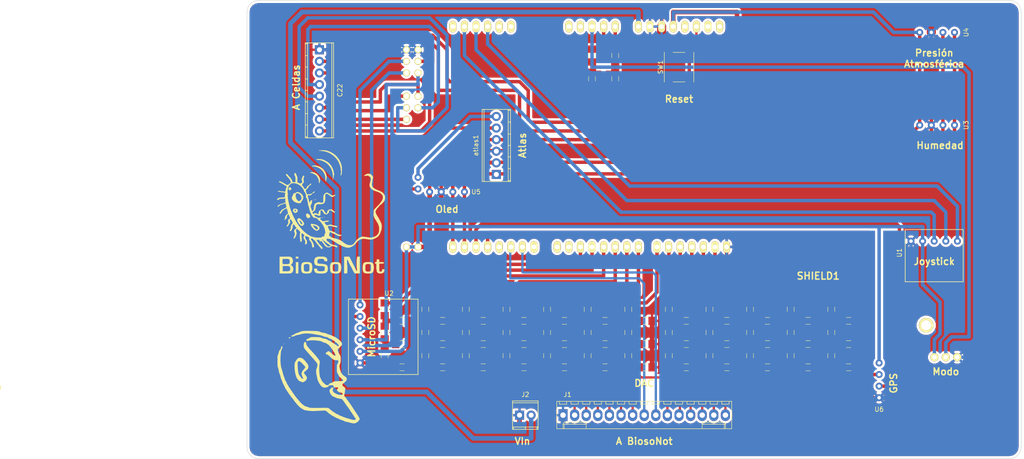
<source format=kicad_pcb>
(kicad_pcb (version 4) (host pcbnew 4.0.6)
  (layers (0 F.Cu signal) (31 B.Cu signal) (34 B.Paste user) (35 F.Paste user) (36 B.SilkS user) (37 F.SilkS user) (38 B.Mask user) (39 F.Mask user) (44 Edge.Cuts user))
  (net 0 "")
  (net 1 GND)
  (net 2 VCC)
  (net 3 "Net-(C22-Pad4)")
  (net 4 "Net-(C22-Pad2)")
  (net 5 "Net-(C22-Pad3)")
  (net 6 "Net-(C22-Pad5)")
  (net 7 "Net-(C22-Pad6)")
  (net 8 "Net-(C22-Pad7)")
  (net 9 "Net-(C22-Pad8)")
  (net 10 "Net-(C23-Pad2)")
  (net 11 "Net-(C24-Pad2)")
  (net 12 "Net-(C25-Pad2)")
  (net 13 "Net-(C26-Pad2)")
  (net 14 "Net-(C27-Pad2)")
  (net 15 "Net-(C28-Pad2)")
  (net 16 "Net-(C29-Pad2)")
  (net 17 "Net-(C30-Pad2)")
  (net 18 "Net-(C31-Pad2)")
  (net 19 "Net-(C32-Pad2)")
  (net 20 "Net-(C33-Pad2)")
  (net 21 "Net-(C34-Pad2)")
  (net 22 "Net-(C35-Pad2)")
  (net 23 "Net-(C36-Pad2)")
  (net 24 "Net-(C37-Pad2)")
  (net 25 "Net-(C38-Pad2)")
  (net 26 "Net-(C39-Pad2)")
  (net 27 "Net-(C40-Pad2)")
  (net 28 "Net-(C41-Pad2)")
  (net 29 "Net-(C42-Pad2)")
  (net 30 "Net-(C43-Pad2)")
  (net 31 "Net-(C44-Pad2)")
  (net 32 "Net-(C45-Pad2)")
  (net 33 "Net-(C46-Pad2)")
  (net 34 "Net-(C47-Pad2)")
  (net 35 "Net-(C48-Pad2)")
  (net 36 "Net-(C49-Pad2)")
  (net 37 "Net-(C50-Pad2)")
  (net 38 "Net-(C51-Pad2)")
  (net 39 "Net-(C52-Pad2)")
  (net 40 "Net-(C53-Pad2)")
  (net 41 "Net-(C54-Pad2)")
  (net 42 "Net-(C55-Pad2)")
  (net 43 "Net-(C56-Pad2)")
  (net 44 "Net-(C57-Pad2)")
  (net 45 "Net-(C58-Pad2)")
  (net 46 "Net-(J1-Pad8)")
  (net 47 "Net-(J1-Pad9)")
  (net 48 "Net-(R1-Pad2)")
  (net 49 "Net-(R5-Pad1)")
  (net 50 "Net-(R9-Pad2)")
  (net 51 "Net-(R11-Pad2)")
  (net 52 "Net-(R21-Pad2)")
  (net 53 "Net-(R22-Pad2)")
  (net 54 "Net-(R27-Pad2)")
  (net 55 "Net-(R28-Pad2)")
  (net 56 "Net-(R33-Pad2)")
  (net 57 "Net-(R34-Pad2)")
  (net 58 "Net-(R39-Pad2)")
  (net 59 "Net-(R40-Pad2)")
  (net 60 "Net-(R45-Pad2)")
  (net 61 "Net-(R46-Pad2)")
  (net 62 "Net-(RV1-Pad2)")
  (net 63 "Net-(SHIELD1-Pad14)")
  (net 64 "Net-(SHIELD1-Pad17)")
  (net 65 "Net-(SHIELD1-Pad18)")
  (net 66 "Net-(SHIELD1-Pad19)")
  (net 67 "Net-(SHIELD1-PadAD13)")
  (net 68 "Net-(SHIELD1-PadAD12)")
  (net 69 "Net-(SHIELD1-PadAD8)")
  (net 70 "Net-(SHIELD1-PadAD9)")
  (net 71 "Net-(SHIELD1-PadAD10)")
  (net 72 "Net-(SHIELD1-PadAD11)")
  (net 73 "Net-(SHIELD1-PadAD4)")
  (net 74 "Net-(SHIELD1-PadAD3)")
  (net 75 "Net-(SHIELD1-Pad3V3)")
  (net 76 "Net-(SHIELD1-PadRST)")
  (net 77 "Net-(SHIELD1-Pad0)")
  (net 78 "Net-(SHIELD1-Pad1)")
  (net 79 "Net-(SHIELD1-Pad50)")
  (net 80 "Net-(SHIELD1-Pad51)")
  (net 81 "Net-(SHIELD1-Pad52)")
  (net 82 "Net-(SHIELD1-Pad53)")
  (net 83 "Net-(SHIELD1-PadIO_R)")
  (net 84 "Net-(SHIELD1-PadNC)")
  (net 85 "Net-(SHIELD1-Pad21)")
  (net 86 "Net-(SHIELD1-Pad20)")
  (net 87 "Net-(J2-Pad2)")
  (net 88 "Net-(SHIELD1-Pad30)")
  (net 89 "Net-(SHIELD1-Pad32)")
  (module Connectors_Molex:Molex_KK-6410-15_15x2.54mm_Straight (layer F.Cu) (at 92.71 120.015)
    (fp_text reference J1 (at 1 -4.5) (layer F.SilkS))
    (fp_text value CONN_01X15)
    (pad 1 thru_hole rect (at 0 0) (size 2 2.6) (drill 1.2) (layers *.Cu *.Mask) (net 1 GND))
    (pad 2 thru_hole oval (at 2.54 0) (size 2 2.6) (drill 1.2) (layers *.Cu *.Mask) (net 45 "Net-(C58-Pad2)"))
    (pad 3 thru_hole oval (at 5.08 0) (size 2 2.6) (drill 1.2) (layers *.Cu *.Mask) (net 39 "Net-(C52-Pad2)"))
    (pad 4 thru_hole oval (at 7.62 0) (size 2 2.6) (drill 1.2) (layers *.Cu *.Mask) (net 33 "Net-(C46-Pad2)"))
    (pad 5 thru_hole oval (at 10.16 0) (size 2 2.6) (drill 1.2) (layers *.Cu *.Mask) (net 27 "Net-(C40-Pad2)"))
    (pad 6 thru_hole oval (at 12.7 0) (size 2 2.6) (drill 1.2) (layers *.Cu *.Mask) (net 21 "Net-(C34-Pad2)"))
    (pad 7 thru_hole oval (at 15.24 0) (size 2 2.6) (drill 1.2) (layers *.Cu *.Mask) (net 15 "Net-(C28-Pad2)"))
    (pad 8 thru_hole oval (at 17.78 0) (size 2 2.6) (drill 1.2) (layers *.Cu *.Mask) (net 46 "Net-(J1-Pad8)"))
    (pad 9 thru_hole oval (at 20.32 0) (size 2 2.6) (drill 1.2) (layers *.Cu *.Mask) (net 47 "Net-(J1-Pad9)"))
    (pad 10 thru_hole oval (at 22.86 0) (size 2 2.6) (drill 1.2) (layers *.Cu *.Mask) (net 44 "Net-(C57-Pad2)"))
    (pad 11 thru_hole oval (at 25.4 0) (size 2 2.6) (drill 1.2) (layers *.Cu *.Mask) (net 38 "Net-(C51-Pad2)"))
    (pad 12 thru_hole oval (at 27.94 0) (size 2 2.6) (drill 1.2) (layers *.Cu *.Mask) (net 32 "Net-(C45-Pad2)"))
    (pad 13 thru_hole oval (at 30.48 0) (size 2 2.6) (drill 1.2) (layers *.Cu *.Mask) (net 26 "Net-(C39-Pad2)"))
    (pad 14 thru_hole oval (at 33.02 0) (size 2 2.6) (drill 1.2) (layers *.Cu *.Mask) (net 20 "Net-(C33-Pad2)"))
    (pad 15 thru_hole oval (at 35.56 0) (size 2 2.6) (drill 1.2) (layers *.Cu *.Mask) (net 14 "Net-(C27-Pad2)"))
  )
  (module Connectors_Terminal_Blocks:TerminalBlock_Pheonix_MPT-2.54mm_8pol (layer F.Cu) (at 39.37 40.005 270)
    (fp_text reference C22 (at 8.89 -4.50088 270) (layer F.SilkS))
    (fp_text value aviation8)
    (pad 4 thru_hole oval (at 7.62 0 90) (size 1.99898 1.99898) (drill 1.09728) (layers *.Cu *.Mask) (net 3 "Net-(C22-Pad4)"))
    (pad 1 thru_hole rect (at 0 0 90) (size 1.99898 1.99898) (drill 1.09728) (layers *.Cu *.Mask) (net 1 GND))
    (pad 2 thru_hole oval (at 2.54 0 90) (size 1.99898 1.99898) (drill 1.09728) (layers *.Cu *.Mask) (net 4 "Net-(C22-Pad2)"))
    (pad 3 thru_hole oval (at 5.08 0 90) (size 1.99898 1.99898) (drill 1.09728) (layers *.Cu *.Mask) (net 5 "Net-(C22-Pad3)"))
    (pad 5 thru_hole oval (at 10.16 0 90) (size 1.99898 1.99898) (drill 1.09728) (layers *.Cu *.Mask) (net 6 "Net-(C22-Pad5)"))
    (pad 6 thru_hole oval (at 12.7 0 90) (size 1.99898 1.99898) (drill 1.09728) (layers *.Cu *.Mask) (net 7 "Net-(C22-Pad6)"))
    (pad 7 thru_hole oval (at 15.24 0 90) (size 1.99898 1.99898) (drill 1.09728) (layers *.Cu *.Mask) (net 8 "Net-(C22-Pad7)"))
    (pad 8 thru_hole oval (at 17.78 0 90) (size 1.99898 1.99898) (drill 1.09728) (layers *.Cu *.Mask) (net 9 "Net-(C22-Pad8)"))
  )
  (module biosonot:1206 (layer F.Cu) (at 155.2575 99.3775 180)
    (fp_text reference C23)
    (fp_text value 0.1nF hide)
    (pad 1 smd rect (at -1.39954 0 180) (size 1.59766 1.79832) (layers F.Cu F.Paste F.Mask) (net 1 GND))
    (pad 2 smd rect (at 1.39954 0 180) (size 1.59766 1.79832) (layers F.Cu F.Paste F.Mask) (net 10 "Net-(C23-Pad2)"))
  )
  (module biosonot:1206 (layer F.Cu) (at 101.9175 99.3775 180)
    (fp_text reference C24)
    (fp_text value 0.1nF hide)
    (pad 1 smd rect (at -1.39954 0 180) (size 1.59766 1.79832) (layers F.Cu F.Paste F.Mask) (net 1 GND))
    (pad 2 smd rect (at 1.39954 0 180) (size 1.59766 1.79832) (layers F.Cu F.Paste F.Mask) (net 11 "Net-(C24-Pad2)"))
  )
  (module biosonot:1206 (layer F.Cu) (at 155.2575 104.4575 180)
    (fp_text reference C25)
    (fp_text value 0.1nF hide)
    (pad 1 smd rect (at -1.39954 0 180) (size 1.59766 1.79832) (layers F.Cu F.Paste F.Mask) (net 1 GND))
    (pad 2 smd rect (at 1.39954 0 180) (size 1.59766 1.79832) (layers F.Cu F.Paste F.Mask) (net 12 "Net-(C25-Pad2)"))
  )
  (module biosonot:1206 (layer F.Cu) (at 101.9175 104.4575 180)
    (fp_text reference C26)
    (fp_text value 0.1nF hide)
    (pad 1 smd rect (at -1.39954 0 180) (size 1.59766 1.79832) (layers F.Cu F.Paste F.Mask) (net 1 GND))
    (pad 2 smd rect (at 1.39954 0 180) (size 1.59766 1.79832) (layers F.Cu F.Paste F.Mask) (net 13 "Net-(C26-Pad2)"))
  )
  (module biosonot:1206 (layer F.Cu) (at 155.2575 109.5375 180)
    (fp_text reference C27)
    (fp_text value 0.1nF hide)
    (pad 1 smd rect (at -1.39954 0 180) (size 1.59766 1.79832) (layers F.Cu F.Paste F.Mask) (net 1 GND))
    (pad 2 smd rect (at 1.39954 0 180) (size 1.59766 1.79832) (layers F.Cu F.Paste F.Mask) (net 14 "Net-(C27-Pad2)"))
  )
  (module biosonot:1206 (layer F.Cu) (at 101.9175 109.5375 180)
    (fp_text reference C28)
    (fp_text value 0.1nF hide)
    (pad 1 smd rect (at -1.39954 0 180) (size 1.59766 1.79832) (layers F.Cu F.Paste F.Mask) (net 1 GND))
    (pad 2 smd rect (at 1.39954 0 180) (size 1.59766 1.79832) (layers F.Cu F.Paste F.Mask) (net 15 "Net-(C28-Pad2)"))
  )
  (module biosonot:1206 (layer F.Cu) (at 146.3675 99.3775 180)
    (fp_text reference C29)
    (fp_text value 0.1nF hide)
    (pad 1 smd rect (at -1.39954 0 180) (size 1.59766 1.79832) (layers F.Cu F.Paste F.Mask) (net 1 GND))
    (pad 2 smd rect (at 1.39954 0 180) (size 1.59766 1.79832) (layers F.Cu F.Paste F.Mask) (net 16 "Net-(C29-Pad2)"))
  )
  (module biosonot:1206 (layer F.Cu) (at 93.0275 99.3775 180)
    (fp_text reference C30)
    (fp_text value 0.1nF hide)
    (pad 1 smd rect (at -1.39954 0 180) (size 1.59766 1.79832) (layers F.Cu F.Paste F.Mask) (net 1 GND))
    (pad 2 smd rect (at 1.39954 0 180) (size 1.59766 1.79832) (layers F.Cu F.Paste F.Mask) (net 17 "Net-(C30-Pad2)"))
  )
  (module biosonot:1206 (layer F.Cu) (at 146.3675 104.4575 180)
    (fp_text reference C31)
    (fp_text value 0.1nF hide)
    (pad 1 smd rect (at -1.39954 0 180) (size 1.59766 1.79832) (layers F.Cu F.Paste F.Mask) (net 1 GND))
    (pad 2 smd rect (at 1.39954 0 180) (size 1.59766 1.79832) (layers F.Cu F.Paste F.Mask) (net 18 "Net-(C31-Pad2)"))
  )
  (module biosonot:1206 (layer F.Cu) (at 93.0275 104.4575 180)
    (fp_text reference C32)
    (fp_text value 0.1nF hide)
    (pad 1 smd rect (at -1.39954 0 180) (size 1.59766 1.79832) (layers F.Cu F.Paste F.Mask) (net 1 GND))
    (pad 2 smd rect (at 1.39954 0 180) (size 1.59766 1.79832) (layers F.Cu F.Paste F.Mask) (net 19 "Net-(C32-Pad2)"))
  )
  (module biosonot:1206 (layer F.Cu) (at 146.3675 109.5375 180)
    (fp_text reference C33)
    (fp_text value 0.1nF hide)
    (pad 1 smd rect (at -1.39954 0 180) (size 1.59766 1.79832) (layers F.Cu F.Paste F.Mask) (net 1 GND))
    (pad 2 smd rect (at 1.39954 0 180) (size 1.59766 1.79832) (layers F.Cu F.Paste F.Mask) (net 20 "Net-(C33-Pad2)"))
  )
  (module biosonot:1206 (layer F.Cu) (at 93.0275 109.5375 180)
    (fp_text reference C34)
    (fp_text value 0.1nF hide)
    (pad 1 smd rect (at -1.39954 0 180) (size 1.59766 1.79832) (layers F.Cu F.Paste F.Mask) (net 1 GND))
    (pad 2 smd rect (at 1.39954 0 180) (size 1.59766 1.79832) (layers F.Cu F.Paste F.Mask) (net 21 "Net-(C34-Pad2)"))
  )
  (module biosonot:1206 (layer F.Cu) (at 137.4775 99.3775 180)
    (fp_text reference C35)
    (fp_text value 0.1nF hide)
    (pad 1 smd rect (at -1.39954 0 180) (size 1.59766 1.79832) (layers F.Cu F.Paste F.Mask) (net 1 GND))
    (pad 2 smd rect (at 1.39954 0 180) (size 1.59766 1.79832) (layers F.Cu F.Paste F.Mask) (net 22 "Net-(C35-Pad2)"))
  )
  (module biosonot:1206 (layer F.Cu) (at 84.1375 99.3775 180)
    (fp_text reference C36)
    (fp_text value 0.1nF hide)
    (pad 1 smd rect (at -1.39954 0 180) (size 1.59766 1.79832) (layers F.Cu F.Paste F.Mask) (net 1 GND))
    (pad 2 smd rect (at 1.39954 0 180) (size 1.59766 1.79832) (layers F.Cu F.Paste F.Mask) (net 23 "Net-(C36-Pad2)"))
  )
  (module biosonot:1206 (layer F.Cu) (at 137.4775 104.4575 180)
    (fp_text reference C37)
    (fp_text value 0.1nF hide)
    (pad 1 smd rect (at -1.39954 0 180) (size 1.59766 1.79832) (layers F.Cu F.Paste F.Mask) (net 1 GND))
    (pad 2 smd rect (at 1.39954 0 180) (size 1.59766 1.79832) (layers F.Cu F.Paste F.Mask) (net 24 "Net-(C37-Pad2)"))
  )
  (module biosonot:1206 (layer F.Cu) (at 84.1375 104.4575 180)
    (fp_text reference C38)
    (fp_text value 0.1nF hide)
    (pad 1 smd rect (at -1.39954 0 180) (size 1.59766 1.79832) (layers F.Cu F.Paste F.Mask) (net 1 GND))
    (pad 2 smd rect (at 1.39954 0 180) (size 1.59766 1.79832) (layers F.Cu F.Paste F.Mask) (net 25 "Net-(C38-Pad2)"))
  )
  (module biosonot:1206 (layer F.Cu) (at 137.4775 109.5375 180)
    (fp_text reference C39)
    (fp_text value 0.1nF hide)
    (pad 1 smd rect (at -1.39954 0 180) (size 1.59766 1.79832) (layers F.Cu F.Paste F.Mask) (net 1 GND))
    (pad 2 smd rect (at 1.39954 0 180) (size 1.59766 1.79832) (layers F.Cu F.Paste F.Mask) (net 26 "Net-(C39-Pad2)"))
  )
  (module biosonot:1206 (layer F.Cu) (at 84.1375 109.5375 180)
    (fp_text reference C40)
    (fp_text value 0.1nF hide)
    (pad 1 smd rect (at -1.39954 0 180) (size 1.59766 1.79832) (layers F.Cu F.Paste F.Mask) (net 1 GND))
    (pad 2 smd rect (at 1.39954 0 180) (size 1.59766 1.79832) (layers F.Cu F.Paste F.Mask) (net 27 "Net-(C40-Pad2)"))
  )
  (module biosonot:1206 (layer F.Cu) (at 128.5875 99.3775 180)
    (fp_text reference C41)
    (fp_text value 0.1nF hide)
    (pad 1 smd rect (at -1.39954 0 180) (size 1.59766 1.79832) (layers F.Cu F.Paste F.Mask) (net 1 GND))
    (pad 2 smd rect (at 1.39954 0 180) (size 1.59766 1.79832) (layers F.Cu F.Paste F.Mask) (net 28 "Net-(C41-Pad2)"))
  )
  (module biosonot:1206 (layer F.Cu) (at 75.2475 99.3775 180)
    (fp_text reference C42)
    (fp_text value 0.1nF hide)
    (pad 1 smd rect (at -1.39954 0 180) (size 1.59766 1.79832) (layers F.Cu F.Paste F.Mask) (net 1 GND))
    (pad 2 smd rect (at 1.39954 0 180) (size 1.59766 1.79832) (layers F.Cu F.Paste F.Mask) (net 29 "Net-(C42-Pad2)"))
  )
  (module biosonot:1206 (layer F.Cu) (at 128.5875 104.4575 180)
    (fp_text reference C43)
    (fp_text value 0.1nF hide)
    (pad 1 smd rect (at -1.39954 0 180) (size 1.59766 1.79832) (layers F.Cu F.Paste F.Mask) (net 1 GND))
    (pad 2 smd rect (at 1.39954 0 180) (size 1.59766 1.79832) (layers F.Cu F.Paste F.Mask) (net 30 "Net-(C43-Pad2)"))
  )
  (module biosonot:1206 (layer F.Cu) (at 75.2475 104.4575 180)
    (fp_text reference C44)
    (fp_text value 0.1nF hide)
    (pad 1 smd rect (at -1.39954 0 180) (size 1.59766 1.79832) (layers F.Cu F.Paste F.Mask) (net 1 GND))
    (pad 2 smd rect (at 1.39954 0 180) (size 1.59766 1.79832) (layers F.Cu F.Paste F.Mask) (net 31 "Net-(C44-Pad2)"))
  )
  (module biosonot:1206 (layer F.Cu) (at 128.5875 109.5375 180)
    (fp_text reference C45)
    (fp_text value 0.1nF hide)
    (pad 1 smd rect (at -1.39954 0 180) (size 1.59766 1.79832) (layers F.Cu F.Paste F.Mask) (net 1 GND))
    (pad 2 smd rect (at 1.39954 0 180) (size 1.59766 1.79832) (layers F.Cu F.Paste F.Mask) (net 32 "Net-(C45-Pad2)"))
  )
  (module biosonot:1206 (layer F.Cu) (at 75.2475 109.5375 180)
    (fp_text reference C46)
    (fp_text value 0.1nF hide)
    (pad 1 smd rect (at -1.39954 0 180) (size 1.59766 1.79832) (layers F.Cu F.Paste F.Mask) (net 1 GND))
    (pad 2 smd rect (at 1.39954 0 180) (size 1.59766 1.79832) (layers F.Cu F.Paste F.Mask) (net 33 "Net-(C46-Pad2)"))
  )
  (module biosonot:1206 (layer F.Cu) (at 119.6975 99.3775 180)
    (fp_text reference C47)
    (fp_text value 0.1nF hide)
    (pad 1 smd rect (at -1.39954 0 180) (size 1.59766 1.79832) (layers F.Cu F.Paste F.Mask) (net 1 GND))
    (pad 2 smd rect (at 1.39954 0 180) (size 1.59766 1.79832) (layers F.Cu F.Paste F.Mask) (net 34 "Net-(C47-Pad2)"))
  )
  (module biosonot:1206 (layer F.Cu) (at 66.3575 99.3775 180)
    (fp_text reference C48)
    (fp_text value 0.1nF hide)
    (pad 1 smd rect (at -1.39954 0 180) (size 1.59766 1.79832) (layers F.Cu F.Paste F.Mask) (net 1 GND))
    (pad 2 smd rect (at 1.39954 0 180) (size 1.59766 1.79832) (layers F.Cu F.Paste F.Mask) (net 35 "Net-(C48-Pad2)"))
  )
  (module biosonot:1206 (layer F.Cu) (at 119.6975 104.4575 180)
    (fp_text reference C49)
    (fp_text value 0.1nF hide)
    (pad 1 smd rect (at -1.39954 0 180) (size 1.59766 1.79832) (layers F.Cu F.Paste F.Mask) (net 1 GND))
    (pad 2 smd rect (at 1.39954 0 180) (size 1.59766 1.79832) (layers F.Cu F.Paste F.Mask) (net 36 "Net-(C49-Pad2)"))
  )
  (module biosonot:1206 (layer F.Cu) (at 66.3575 104.4575 180)
    (fp_text reference C50)
    (fp_text value 0.1nF hide)
    (pad 1 smd rect (at -1.39954 0 180) (size 1.59766 1.79832) (layers F.Cu F.Paste F.Mask) (net 1 GND))
    (pad 2 smd rect (at 1.39954 0 180) (size 1.59766 1.79832) (layers F.Cu F.Paste F.Mask) (net 37 "Net-(C50-Pad2)"))
  )
  (module biosonot:1206 (layer F.Cu) (at 119.6975 109.5375 180)
    (fp_text reference C51)
    (fp_text value 0.1nF hide)
    (pad 1 smd rect (at -1.39954 0 180) (size 1.59766 1.79832) (layers F.Cu F.Paste F.Mask) (net 1 GND))
    (pad 2 smd rect (at 1.39954 0 180) (size 1.59766 1.79832) (layers F.Cu F.Paste F.Mask) (net 38 "Net-(C51-Pad2)"))
  )
  (module biosonot:1206 (layer F.Cu) (at 66.3575 109.5375 180)
    (fp_text reference C52)
    (fp_text value 0.1nF hide)
    (pad 1 smd rect (at -1.39954 0 180) (size 1.59766 1.79832) (layers F.Cu F.Paste F.Mask) (net 1 GND))
    (pad 2 smd rect (at 1.39954 0 180) (size 1.59766 1.79832) (layers F.Cu F.Paste F.Mask) (net 39 "Net-(C52-Pad2)"))
  )
  (module biosonot:1206 (layer F.Cu) (at 110.8075 99.3775 180)
    (fp_text reference C53)
    (fp_text value 0.1nF hide)
    (pad 1 smd rect (at -1.39954 0 180) (size 1.59766 1.79832) (layers F.Cu F.Paste F.Mask) (net 1 GND))
    (pad 2 smd rect (at 1.39954 0 180) (size 1.59766 1.79832) (layers F.Cu F.Paste F.Mask) (net 40 "Net-(C53-Pad2)"))
  )
  (module biosonot:1206 (layer F.Cu) (at 57.4675 99.3775 180)
    (fp_text reference C54)
    (fp_text value 0.1nF hide)
    (pad 1 smd rect (at -1.39954 0 180) (size 1.59766 1.79832) (layers F.Cu F.Paste F.Mask) (net 1 GND))
    (pad 2 smd rect (at 1.39954 0 180) (size 1.59766 1.79832) (layers F.Cu F.Paste F.Mask) (net 41 "Net-(C54-Pad2)"))
  )
  (module biosonot:1206 (layer F.Cu) (at 110.8075 104.4575 180)
    (fp_text reference C55)
    (fp_text value 0.1nF hide)
    (pad 1 smd rect (at -1.39954 0 180) (size 1.59766 1.79832) (layers F.Cu F.Paste F.Mask) (net 1 GND))
    (pad 2 smd rect (at 1.39954 0 180) (size 1.59766 1.79832) (layers F.Cu F.Paste F.Mask) (net 42 "Net-(C55-Pad2)"))
  )
  (module biosonot:1206 (layer F.Cu) (at 57.4675 104.4575 180)
    (fp_text reference C56)
    (fp_text value 0.1nF hide)
    (pad 1 smd rect (at -1.39954 0 180) (size 1.59766 1.79832) (layers F.Cu F.Paste F.Mask) (net 1 GND))
    (pad 2 smd rect (at 1.39954 0 180) (size 1.59766 1.79832) (layers F.Cu F.Paste F.Mask) (net 43 "Net-(C56-Pad2)"))
  )
  (module biosonot:1206 (layer F.Cu) (at 110.8075 109.5375 180)
    (fp_text reference C57)
    (fp_text value 0.1nF hide)
    (pad 1 smd rect (at -1.39954 0 180) (size 1.59766 1.79832) (layers F.Cu F.Paste F.Mask) (net 1 GND))
    (pad 2 smd rect (at 1.39954 0 180) (size 1.59766 1.79832) (layers F.Cu F.Paste F.Mask) (net 44 "Net-(C57-Pad2)"))
  )
  (module biosonot:1206 (layer F.Cu) (at 57.4675 109.5375 180)
    (fp_text reference C58)
    (fp_text value 0.1nF hide)
    (pad 1 smd rect (at -1.39954 0 180) (size 1.59766 1.79832) (layers F.Cu F.Paste F.Mask) (net 1 GND))
    (pad 2 smd rect (at 1.39954 0 180) (size 1.59766 1.79832) (layers F.Cu F.Paste F.Mask) (net 45 "Net-(C58-Pad2)"))
  )
  (module biosonot:1206 (layer F.Cu) (at 99.06 41.275 90)
    (fp_text reference R1)
    (fp_text value 10KΩ hide)
    (pad 1 smd rect (at -1.39954 0 90) (size 1.59766 1.79832) (layers F.Cu F.Paste F.Mask) (net 4 "Net-(C22-Pad2)"))
    (pad 2 smd rect (at 1.39954 0 90) (size 1.59766 1.79832) (layers F.Cu F.Paste F.Mask) (net 48 "Net-(R1-Pad2)"))
  )
  (module biosonot:1206 (layer F.Cu) (at 99.06 46.355 90)
    (fp_text reference R3)
    (fp_text value 100KΩ hide)
    (pad 1 smd rect (at -1.39954 0 90) (size 1.59766 1.79832) (layers F.Cu F.Paste F.Mask) (net 1 GND))
    (pad 2 smd rect (at 1.39954 0 90) (size 1.59766 1.79832) (layers F.Cu F.Paste F.Mask) (net 4 "Net-(C22-Pad2)"))
  )
  (module biosonot:1206 (layer F.Cu) (at 104.14 41.275 270)
    (fp_text reference R5)
    (fp_text value 10KΩR hide)
    (pad 1 smd rect (at -1.39954 0 270) (size 1.59766 1.79832) (layers F.Cu F.Paste F.Mask) (net 49 "Net-(R5-Pad1)"))
    (pad 2 smd rect (at 1.39954 0 270) (size 1.59766 1.79832) (layers F.Cu F.Paste F.Mask) (net 5 "Net-(C22-Pad3)"))
  )
  (module biosonot:1206 (layer F.Cu) (at 104.14 46.355 90)
    (fp_text reference R7)
    (fp_text value 100KΩ hide)
    (pad 1 smd rect (at -1.39954 0 90) (size 1.59766 1.79832) (layers F.Cu F.Paste F.Mask) (net 1 GND))
    (pad 2 smd rect (at 1.39954 0 90) (size 1.59766 1.79832) (layers F.Cu F.Paste F.Mask) (net 5 "Net-(C22-Pad3)"))
  )
  (module biosonot:1206 (layer F.Cu) (at 151.4475 96.8375 90)
    (fp_text reference R9)
    (fp_text value 47Ω hide)
    (pad 1 smd rect (at -1.39954 0 90) (size 1.59766 1.79832) (layers F.Cu F.Paste F.Mask) (net 10 "Net-(C23-Pad2)"))
    (pad 2 smd rect (at 1.39954 0 90) (size 1.59766 1.79832) (layers F.Cu F.Paste F.Mask) (net 50 "Net-(R9-Pad2)"))
  )
  (module biosonot:1206 (layer F.Cu) (at 98.1075 96.8375 90)
    (fp_text reference R11)
    (fp_text value 47Ω hide)
    (pad 1 smd rect (at -1.39954 0 90) (size 1.59766 1.79832) (layers F.Cu F.Paste F.Mask) (net 11 "Net-(C24-Pad2)"))
    (pad 2 smd rect (at 1.39954 0 90) (size 1.59766 1.79832) (layers F.Cu F.Paste F.Mask) (net 51 "Net-(R11-Pad2)"))
  )
  (module biosonot:1206 (layer F.Cu) (at 151.4475 101.9175 90)
    (fp_text reference R13)
    (fp_text value 47Ω hide)
    (pad 1 smd rect (at -1.39954 0 90) (size 1.59766 1.79832) (layers F.Cu F.Paste F.Mask) (net 12 "Net-(C25-Pad2)"))
    (pad 2 smd rect (at 1.39954 0 90) (size 1.59766 1.79832) (layers F.Cu F.Paste F.Mask) (net 10 "Net-(C23-Pad2)"))
  )
  (module biosonot:1206 (layer F.Cu) (at 98.1075 101.9175 90)
    (fp_text reference R15)
    (fp_text value 47Ω hide)
    (pad 1 smd rect (at -1.39954 0 90) (size 1.59766 1.79832) (layers F.Cu F.Paste F.Mask) (net 13 "Net-(C26-Pad2)"))
    (pad 2 smd rect (at 1.39954 0 90) (size 1.59766 1.79832) (layers F.Cu F.Paste F.Mask) (net 11 "Net-(C24-Pad2)"))
  )
  (module biosonot:1206 (layer F.Cu) (at 151.4475 106.9975 90)
    (fp_text reference R17)
    (fp_text value 47Ω hide)
    (pad 1 smd rect (at -1.39954 0 90) (size 1.59766 1.79832) (layers F.Cu F.Paste F.Mask) (net 14 "Net-(C27-Pad2)"))
    (pad 2 smd rect (at 1.39954 0 90) (size 1.59766 1.79832) (layers F.Cu F.Paste F.Mask) (net 12 "Net-(C25-Pad2)"))
  )
  (module biosonot:1206 (layer F.Cu) (at 98.1075 106.9975 90)
    (fp_text reference R20)
    (fp_text value 47Ω hide)
    (pad 1 smd rect (at -1.39954 0 90) (size 1.59766 1.79832) (layers F.Cu F.Paste F.Mask) (net 15 "Net-(C28-Pad2)"))
    (pad 2 smd rect (at 1.39954 0 90) (size 1.59766 1.79832) (layers F.Cu F.Paste F.Mask) (net 13 "Net-(C26-Pad2)"))
  )
  (module biosonot:1206 (layer F.Cu) (at 142.5575 96.8375 90)
    (fp_text reference R21)
    (fp_text value 47Ω hide)
    (pad 1 smd rect (at -1.39954 0 90) (size 1.59766 1.79832) (layers F.Cu F.Paste F.Mask) (net 16 "Net-(C29-Pad2)"))
    (pad 2 smd rect (at 1.39954 0 90) (size 1.59766 1.79832) (layers F.Cu F.Paste F.Mask) (net 52 "Net-(R21-Pad2)"))
  )
  (module biosonot:1206 (layer F.Cu) (at 89.2175 96.8375 90)
    (fp_text reference R22)
    (fp_text value 47Ω hide)
    (pad 1 smd rect (at -1.39954 0 90) (size 1.59766 1.79832) (layers F.Cu F.Paste F.Mask) (net 17 "Net-(C30-Pad2)"))
    (pad 2 smd rect (at 1.39954 0 90) (size 1.59766 1.79832) (layers F.Cu F.Paste F.Mask) (net 53 "Net-(R22-Pad2)"))
  )
  (module biosonot:1206 (layer F.Cu) (at 142.5575 101.9175 90)
    (fp_text reference R23)
    (fp_text value 47Ω hide)
    (pad 1 smd rect (at -1.39954 0 90) (size 1.59766 1.79832) (layers F.Cu F.Paste F.Mask) (net 18 "Net-(C31-Pad2)"))
    (pad 2 smd rect (at 1.39954 0 90) (size 1.59766 1.79832) (layers F.Cu F.Paste F.Mask) (net 16 "Net-(C29-Pad2)"))
  )
  (module biosonot:1206 (layer F.Cu) (at 89.2175 101.9175 90)
    (fp_text reference R24)
    (fp_text value 47Ω hide)
    (pad 1 smd rect (at -1.39954 0 90) (size 1.59766 1.79832) (layers F.Cu F.Paste F.Mask) (net 19 "Net-(C32-Pad2)"))
    (pad 2 smd rect (at 1.39954 0 90) (size 1.59766 1.79832) (layers F.Cu F.Paste F.Mask) (net 17 "Net-(C30-Pad2)"))
  )
  (module biosonot:1206 (layer F.Cu) (at 142.5575 106.9975 90)
    (fp_text reference R25)
    (fp_text value 47Ω hide)
    (pad 1 smd rect (at -1.39954 0 90) (size 1.59766 1.79832) (layers F.Cu F.Paste F.Mask) (net 20 "Net-(C33-Pad2)"))
    (pad 2 smd rect (at 1.39954 0 90) (size 1.59766 1.79832) (layers F.Cu F.Paste F.Mask) (net 18 "Net-(C31-Pad2)"))
  )
  (module biosonot:1206 (layer F.Cu) (at 89.2175 106.9975 90)
    (fp_text reference R26)
    (fp_text value 47Ω hide)
    (pad 1 smd rect (at -1.39954 0 90) (size 1.59766 1.79832) (layers F.Cu F.Paste F.Mask) (net 21 "Net-(C34-Pad2)"))
    (pad 2 smd rect (at 1.39954 0 90) (size 1.59766 1.79832) (layers F.Cu F.Paste F.Mask) (net 19 "Net-(C32-Pad2)"))
  )
  (module biosonot:1206 (layer F.Cu) (at 133.6675 96.8375 90)
    (fp_text reference R27)
    (fp_text value 47Ω hide)
    (pad 1 smd rect (at -1.39954 0 90) (size 1.59766 1.79832) (layers F.Cu F.Paste F.Mask) (net 22 "Net-(C35-Pad2)"))
    (pad 2 smd rect (at 1.39954 0 90) (size 1.59766 1.79832) (layers F.Cu F.Paste F.Mask) (net 54 "Net-(R27-Pad2)"))
  )
  (module biosonot:1206 (layer F.Cu) (at 80.3275 96.8375 90)
    (fp_text reference R28)
    (fp_text value 47Ω hide)
    (pad 1 smd rect (at -1.39954 0 90) (size 1.59766 1.79832) (layers F.Cu F.Paste F.Mask) (net 23 "Net-(C36-Pad2)"))
    (pad 2 smd rect (at 1.39954 0 90) (size 1.59766 1.79832) (layers F.Cu F.Paste F.Mask) (net 55 "Net-(R28-Pad2)"))
  )
  (module biosonot:1206 (layer F.Cu) (at 133.6675 101.9175 90)
    (fp_text reference R29)
    (fp_text value 47Ω hide)
    (pad 1 smd rect (at -1.39954 0 90) (size 1.59766 1.79832) (layers F.Cu F.Paste F.Mask) (net 24 "Net-(C37-Pad2)"))
    (pad 2 smd rect (at 1.39954 0 90) (size 1.59766 1.79832) (layers F.Cu F.Paste F.Mask) (net 22 "Net-(C35-Pad2)"))
  )
  (module biosonot:1206 (layer F.Cu) (at 80.3275 101.9175 90)
    (fp_text reference R30)
    (fp_text value 47Ω hide)
    (pad 1 smd rect (at -1.39954 0 90) (size 1.59766 1.79832) (layers F.Cu F.Paste F.Mask) (net 25 "Net-(C38-Pad2)"))
    (pad 2 smd rect (at 1.39954 0 90) (size 1.59766 1.79832) (layers F.Cu F.Paste F.Mask) (net 23 "Net-(C36-Pad2)"))
  )
  (module biosonot:1206 (layer F.Cu) (at 133.6675 106.9975 90)
    (fp_text reference R31)
    (fp_text value 47Ω hide)
    (pad 1 smd rect (at -1.39954 0 90) (size 1.59766 1.79832) (layers F.Cu F.Paste F.Mask) (net 26 "Net-(C39-Pad2)"))
    (pad 2 smd rect (at 1.39954 0 90) (size 1.59766 1.79832) (layers F.Cu F.Paste F.Mask) (net 24 "Net-(C37-Pad2)"))
  )
  (module biosonot:1206 (layer F.Cu) (at 80.3275 106.9975 90)
    (fp_text reference R32)
    (fp_text value 47Ω hide)
    (pad 1 smd rect (at -1.39954 0 90) (size 1.59766 1.79832) (layers F.Cu F.Paste F.Mask) (net 27 "Net-(C40-Pad2)"))
    (pad 2 smd rect (at 1.39954 0 90) (size 1.59766 1.79832) (layers F.Cu F.Paste F.Mask) (net 25 "Net-(C38-Pad2)"))
  )
  (module biosonot:1206 (layer F.Cu) (at 124.7775 96.8375 90)
    (fp_text reference R33)
    (fp_text value 47Ω hide)
    (pad 1 smd rect (at -1.39954 0 90) (size 1.59766 1.79832) (layers F.Cu F.Paste F.Mask) (net 28 "Net-(C41-Pad2)"))
    (pad 2 smd rect (at 1.39954 0 90) (size 1.59766 1.79832) (layers F.Cu F.Paste F.Mask) (net 56 "Net-(R33-Pad2)"))
  )
  (module biosonot:1206 (layer F.Cu) (at 71.4375 96.8375 90)
    (fp_text reference R34)
    (fp_text value 47Ω hide)
    (pad 1 smd rect (at -1.39954 0 90) (size 1.59766 1.79832) (layers F.Cu F.Paste F.Mask) (net 29 "Net-(C42-Pad2)"))
    (pad 2 smd rect (at 1.39954 0 90) (size 1.59766 1.79832) (layers F.Cu F.Paste F.Mask) (net 57 "Net-(R34-Pad2)"))
  )
  (module biosonot:1206 (layer F.Cu) (at 124.7775 101.9175 90)
    (fp_text reference R35)
    (fp_text value 47Ω hide)
    (pad 1 smd rect (at -1.39954 0 90) (size 1.59766 1.79832) (layers F.Cu F.Paste F.Mask) (net 30 "Net-(C43-Pad2)"))
    (pad 2 smd rect (at 1.39954 0 90) (size 1.59766 1.79832) (layers F.Cu F.Paste F.Mask) (net 28 "Net-(C41-Pad2)"))
  )
  (module biosonot:1206 (layer F.Cu) (at 71.4375 101.9175 90)
    (fp_text reference R36)
    (fp_text value 47Ω hide)
    (pad 1 smd rect (at -1.39954 0 90) (size 1.59766 1.79832) (layers F.Cu F.Paste F.Mask) (net 31 "Net-(C44-Pad2)"))
    (pad 2 smd rect (at 1.39954 0 90) (size 1.59766 1.79832) (layers F.Cu F.Paste F.Mask) (net 29 "Net-(C42-Pad2)"))
  )
  (module biosonot:1206 (layer F.Cu) (at 124.7775 106.9975 90)
    (fp_text reference R37)
    (fp_text value 47Ω hide)
    (pad 1 smd rect (at -1.39954 0 90) (size 1.59766 1.79832) (layers F.Cu F.Paste F.Mask) (net 32 "Net-(C45-Pad2)"))
    (pad 2 smd rect (at 1.39954 0 90) (size 1.59766 1.79832) (layers F.Cu F.Paste F.Mask) (net 30 "Net-(C43-Pad2)"))
  )
  (module biosonot:1206 (layer F.Cu) (at 71.4375 106.9975 90)
    (fp_text reference R38)
    (fp_text value 47Ω hide)
    (pad 1 smd rect (at -1.39954 0 90) (size 1.59766 1.79832) (layers F.Cu F.Paste F.Mask) (net 33 "Net-(C46-Pad2)"))
    (pad 2 smd rect (at 1.39954 0 90) (size 1.59766 1.79832) (layers F.Cu F.Paste F.Mask) (net 31 "Net-(C44-Pad2)"))
  )
  (module biosonot:1206 (layer F.Cu) (at 115.8875 96.8375 90)
    (fp_text reference R39)
    (fp_text value 47Ω hide)
    (pad 1 smd rect (at -1.39954 0 90) (size 1.59766 1.79832) (layers F.Cu F.Paste F.Mask) (net 34 "Net-(C47-Pad2)"))
    (pad 2 smd rect (at 1.39954 0 90) (size 1.59766 1.79832) (layers F.Cu F.Paste F.Mask) (net 58 "Net-(R39-Pad2)"))
  )
  (module biosonot:1206 (layer F.Cu) (at 62.5475 96.8375 90)
    (fp_text reference R40)
    (fp_text value 47Ω hide)
    (pad 1 smd rect (at -1.39954 0 90) (size 1.59766 1.79832) (layers F.Cu F.Paste F.Mask) (net 35 "Net-(C48-Pad2)"))
    (pad 2 smd rect (at 1.39954 0 90) (size 1.59766 1.79832) (layers F.Cu F.Paste F.Mask) (net 59 "Net-(R40-Pad2)"))
  )
  (module biosonot:1206 (layer F.Cu) (at 115.8875 101.9175 90)
    (fp_text reference R41)
    (fp_text value 47Ω hide)
    (pad 1 smd rect (at -1.39954 0 90) (size 1.59766 1.79832) (layers F.Cu F.Paste F.Mask) (net 36 "Net-(C49-Pad2)"))
    (pad 2 smd rect (at 1.39954 0 90) (size 1.59766 1.79832) (layers F.Cu F.Paste F.Mask) (net 34 "Net-(C47-Pad2)"))
  )
  (module biosonot:1206 (layer F.Cu) (at 62.5475 101.9175 90)
    (fp_text reference R42)
    (fp_text value 47Ω hide)
    (pad 1 smd rect (at -1.39954 0 90) (size 1.59766 1.79832) (layers F.Cu F.Paste F.Mask) (net 37 "Net-(C50-Pad2)"))
    (pad 2 smd rect (at 1.39954 0 90) (size 1.59766 1.79832) (layers F.Cu F.Paste F.Mask) (net 35 "Net-(C48-Pad2)"))
  )
  (module biosonot:1206 (layer F.Cu) (at 115.8875 106.9975 90)
    (fp_text reference R43)
    (fp_text value 47Ω hide)
    (pad 1 smd rect (at -1.39954 0 90) (size 1.59766 1.79832) (layers F.Cu F.Paste F.Mask) (net 38 "Net-(C51-Pad2)"))
    (pad 2 smd rect (at 1.39954 0 90) (size 1.59766 1.79832) (layers F.Cu F.Paste F.Mask) (net 36 "Net-(C49-Pad2)"))
  )
  (module biosonot:1206 (layer F.Cu) (at 62.5475 106.9975 90)
    (fp_text reference R44)
    (fp_text value 47Ω hide)
    (pad 1 smd rect (at -1.39954 0 90) (size 1.59766 1.79832) (layers F.Cu F.Paste F.Mask) (net 39 "Net-(C52-Pad2)"))
    (pad 2 smd rect (at 1.39954 0 90) (size 1.59766 1.79832) (layers F.Cu F.Paste F.Mask) (net 37 "Net-(C50-Pad2)"))
  )
  (module biosonot:1206 (layer F.Cu) (at 106.9975 96.8375 90)
    (fp_text reference R45)
    (fp_text value 47Ω hide)
    (pad 1 smd rect (at -1.39954 0 90) (size 1.59766 1.79832) (layers F.Cu F.Paste F.Mask) (net 40 "Net-(C53-Pad2)"))
    (pad 2 smd rect (at 1.39954 0 90) (size 1.59766 1.79832) (layers F.Cu F.Paste F.Mask) (net 60 "Net-(R45-Pad2)"))
  )
  (module biosonot:1206 (layer F.Cu) (at 53.6575 96.8375 90)
    (fp_text reference R46)
    (fp_text value 47Ω hide)
    (pad 1 smd rect (at -1.39954 0 90) (size 1.59766 1.79832) (layers F.Cu F.Paste F.Mask) (net 41 "Net-(C54-Pad2)"))
    (pad 2 smd rect (at 1.39954 0 90) (size 1.59766 1.79832) (layers F.Cu F.Paste F.Mask) (net 61 "Net-(R46-Pad2)"))
  )
  (module biosonot:1206 (layer F.Cu) (at 106.9975 101.9175 90)
    (fp_text reference R47)
    (fp_text value 47Ω hide)
    (pad 1 smd rect (at -1.39954 0 90) (size 1.59766 1.79832) (layers F.Cu F.Paste F.Mask) (net 42 "Net-(C55-Pad2)"))
    (pad 2 smd rect (at 1.39954 0 90) (size 1.59766 1.79832) (layers F.Cu F.Paste F.Mask) (net 40 "Net-(C53-Pad2)"))
  )
  (module biosonot:1206 (layer F.Cu) (at 53.6575 101.9175 90)
    (fp_text reference R48)
    (fp_text value 47Ω hide)
    (pad 1 smd rect (at -1.39954 0 90) (size 1.59766 1.79832) (layers F.Cu F.Paste F.Mask) (net 43 "Net-(C56-Pad2)"))
    (pad 2 smd rect (at 1.39954 0 90) (size 1.59766 1.79832) (layers F.Cu F.Paste F.Mask) (net 41 "Net-(C54-Pad2)"))
  )
  (module biosonot:1206 (layer F.Cu) (at 106.9975 106.9975 90)
    (fp_text reference R49)
    (fp_text value 47Ω hide)
    (pad 1 smd rect (at -1.39954 0 90) (size 1.59766 1.79832) (layers F.Cu F.Paste F.Mask) (net 44 "Net-(C57-Pad2)"))
    (pad 2 smd rect (at 1.39954 0 90) (size 1.59766 1.79832) (layers F.Cu F.Paste F.Mask) (net 42 "Net-(C55-Pad2)"))
  )
  (module biosonot:1206 (layer F.Cu) (at 53.6575 106.9975 90)
    (fp_text reference R50)
    (fp_text value 47Ω hide)
    (pad 1 smd rect (at -1.39954 0 90) (size 1.59766 1.79832) (layers F.Cu F.Paste F.Mask) (net 45 "Net-(C58-Pad2)"))
    (pad 2 smd rect (at 1.39954 0 90) (size 1.59766 1.79832) (layers F.Cu F.Paste F.Mask) (net 43 "Net-(C56-Pad2)"))
  )
  (module biosonot:joystick (layer F.Cu) (at 173.99 84.455 90)
    (fp_text reference U1 (at 0 -7.62 90) (layer F.SilkS))
    (fp_text value Joystick)
    (pad 1 thru_hole circle (at 2.54 -5.08 90) (size 1.524 1.524) (drill 0.762) (layers *.Cu *.Mask) (net 1 GND))
    (pad 2 thru_hole circle (at 2.54 -2.54 90) (size 1.524 1.524) (drill 0.762) (layers *.Cu *.Mask) (net 2 VCC))
    (pad 3 thru_hole circle (at 2.54 0 90) (size 1.524 1.524) (drill 0.762) (layers *.Cu *.Mask) (net 68 "Net-(SHIELD1-PadAD12)"))
    (pad 4 thru_hole circle (at 2.54 2.54 90) (size 1.524 1.524) (drill 0.762) (layers *.Cu *.Mask) (net 72 "Net-(SHIELD1-PadAD11)"))
    (pad 5 thru_hole circle (at 2.54 5.08 90) (size 1.524 1.524) (drill 0.762) (layers *.Cu *.Mask) (net 71 "Net-(SHIELD1-PadAD10)"))
  )
  (module biosonot:sdReader (layer F.Cu) (at 53.34 102.235)
    (fp_text reference U2 (at 1.27 -8.89) (layer F.SilkS))
    (fp_text value Sdreader)
    (pad 1 thru_hole circle (at -5.08 -6.35) (size 1.524 1.524) (drill 0.762) (layers *.Cu *.Mask) (net 82 "Net-(SHIELD1-Pad53)"))
    (pad 2 thru_hole circle (at -5.08 -3.81) (size 1.524 1.524) (drill 0.762) (layers *.Cu *.Mask) (net 81 "Net-(SHIELD1-Pad52)"))
    (pad 3 thru_hole circle (at -5.08 -1.27) (size 1.524 1.524) (drill 0.762) (layers *.Cu *.Mask) (net 80 "Net-(SHIELD1-Pad51)"))
    (pad 4 thru_hole circle (at -5.08 1.27) (size 1.524 1.524) (drill 0.762) (layers *.Cu *.Mask) (net 79 "Net-(SHIELD1-Pad50)"))
    (pad 5 thru_hole circle (at -5.08 3.81) (size 1.524 1.524) (drill 0.762) (layers *.Cu *.Mask) (net 2 VCC))
    (pad 6 thru_hole circle (at -5.08 6.35) (size 1.524 1.524) (drill 0.762) (layers *.Cu *.Mask) (net 1 GND))
  )
  (module biosonot:I2Ca (layer F.Cu) (at 174.625 56.515 270)
    (fp_text reference U3 (at 0 -6.35 270) (layer F.SilkS))
    (fp_text value HTU21)
    (pad 1 thru_hole circle (at 0 -3.81 270) (size 1.524 1.524) (drill 0.762) (layers *.Cu *.Mask) (net 86 "Net-(SHIELD1-Pad20)"))
    (pad 2 thru_hole circle (at 0 -1.27 270) (size 1.524 1.524) (drill 0.762) (layers *.Cu *.Mask) (net 85 "Net-(SHIELD1-Pad21)"))
    (pad 3 thru_hole circle (at 0 1.27 270) (size 1.524 1.524) (drill 0.762) (layers *.Cu *.Mask) (net 1 GND))
    (pad 4 thru_hole circle (at 0 3.81 270) (size 1.524 1.524) (drill 0.762) (layers *.Cu *.Mask) (net 2 VCC))
  )
  (module biosonot:I2Ca (layer F.Cu) (at 174.625 36.195 270)
    (fp_text reference U4 (at 0 -6.35 270) (layer F.SilkS))
    (fp_text value BMP180)
    (pad 1 thru_hole circle (at 0 -3.81 270) (size 1.524 1.524) (drill 0.762) (layers *.Cu *.Mask) (net 86 "Net-(SHIELD1-Pad20)"))
    (pad 2 thru_hole circle (at 0 -1.27 270) (size 1.524 1.524) (drill 0.762) (layers *.Cu *.Mask) (net 85 "Net-(SHIELD1-Pad21)"))
    (pad 3 thru_hole circle (at 0 1.27 270) (size 1.524 1.524) (drill 0.762) (layers *.Cu *.Mask) (net 1 GND))
    (pad 4 thru_hole circle (at 0 3.81 270) (size 1.524 1.524) (drill 0.762) (layers *.Cu *.Mask) (net 2 VCC))
  )
  (module biosonot:I2Ca (layer F.Cu) (at 67.31 71.12 270)
    (fp_text reference U5 (at 0 -6.35 360) (layer F.SilkS))
    (fp_text value Oled)
    (pad 1 thru_hole circle (at 0 -3.81 270) (size 1.524 1.524) (drill 0.762) (layers *.Cu *.Mask) (net 86 "Net-(SHIELD1-Pad20)"))
    (pad 2 thru_hole circle (at 0 -1.27 270) (size 1.524 1.524) (drill 0.762) (layers *.Cu *.Mask) (net 85 "Net-(SHIELD1-Pad21)"))
    (pad 3 thru_hole circle (at 0 1.27 270) (size 1.524 1.524) (drill 0.762) (layers *.Cu *.Mask) (net 1 GND))
    (pad 4 thru_hole circle (at 0 3.81 270) (size 1.524 1.524) (drill 0.762) (layers *.Cu *.Mask) (net 2 VCC))
  )
  (module biosonot:gps (layer F.Cu) (at 161.925 112.395)
    (fp_text reference U6 (at 0 6.35) (layer F.SilkS))
    (fp_text value gps)
    (pad 1 thru_hole circle (at 0 -3.81) (size 1.524 1.524) (drill 0.762) (layers *.Cu *.Mask) (net 2 VCC))
    (pad 2 thru_hole circle (at 0 -1.27) (size 1.524 1.524) (drill 0.762) (layers *.Cu *.Mask) (net 65 "Net-(SHIELD1-Pad18)"))
    (pad 3 thru_hole circle (at 0 1.27) (size 1.524 1.524) (drill 0.762) (layers *.Cu *.Mask) (net 66 "Net-(SHIELD1-Pad19)"))
    (pad 4 thru_hole circle (at 0 3.81) (size 1.524 1.524) (drill 0.762) (layers *.Cu *.Mask) (net 1 GND))
  )
  (module Buttons_Switches_SMD:SW_SPST_PTS645 (layer F.Cu) (at 118.11 43.815 90)
    (fp_text reference SW1 (at 0 -4.05 90) (layer F.SilkS))
    (fp_text value SW_PUSHBUTTON)
    (pad 2 smd rect (at -3.98 2.25 90) (size 1.55 1.3) (layers F.Cu F.Paste F.Mask) (net 76 "Net-(SHIELD1-PadRST)"))
    (pad 1 smd rect (at -3.98 -2.25 90) (size 1.55 1.3) (layers F.Cu F.Paste F.Mask) (net 1 GND))
    (pad 1 smd rect (at 3.98 -2.25 90) (size 1.55 1.3) (layers F.Cu F.Paste F.Mask) (net 1 GND))
    (pad 2 smd rect (at 3.98 2.25 90) (size 1.55 1.3) (layers F.Cu F.Paste F.Mask) (net 76 "Net-(SHIELD1-PadRST)"))
  )
  (module Connectors_Terminal_Blocks:TerminalBlock_Pheonix_MPT-2.54mm_6pol (layer F.Cu) (at 78.105 67.31 90)
    (fp_text reference atlas1 (at 6.35 -4.50088 90) (layer F.SilkS))
    (fp_text value Atlas)
    (pad 4 thru_hole oval (at 7.62 0 270) (size 1.99898 1.99898) (drill 1.09728) (layers *.Cu *.Mask) (net 2 VCC))
    (pad 1 thru_hole rect (at 0 0 270) (size 1.99898 1.99898) (drill 1.09728) (layers *.Cu *.Mask) (net 86 "Net-(SHIELD1-Pad20)"))
    (pad 2 thru_hole oval (at 2.54 0 270) (size 1.99898 1.99898) (drill 1.09728) (layers *.Cu *.Mask) (net 85 "Net-(SHIELD1-Pad21)"))
    (pad 3 thru_hole oval (at 5.08 0 270) (size 1.99898 1.99898) (drill 1.09728) (layers *.Cu *.Mask) (net 1 GND))
    (pad 5 thru_hole oval (at 10.16 0 270) (size 1.99898 1.99898) (drill 1.09728) (layers *.Cu *.Mask) (net 88 "Net-(SHIELD1-Pad30)"))
    (pad 6 thru_hole oval (at 12.7 0 270) (size 1.99898 1.99898) (drill 1.09728) (layers *.Cu *.Mask) (net 89 "Net-(SHIELD1-Pad32)"))
  )
  (module Connectors_Terminal_Blocks:TerminalBlock_Pheonix_MPT-2.54mm_2pol (layer F.Cu) (at 83.185 120.015)
    (fp_text reference J2 (at 1.27 -4.50088) (layer F.SilkS))
    (fp_text value CONN_01X02)
    (pad 2 thru_hole oval (at 2.54 0) (size 1.99898 1.99898) (drill 1.09728) (layers *.Cu *.Mask) (net 87 "Net-(J2-Pad2)"))
    (pad 1 thru_hole rect (at 0 0) (size 1.99898 1.99898) (drill 1.09728) (layers *.Cu *.Mask) (net 1 GND))
  )
  (module biosonot:MEGA_SHIELD_biosonot (layer F.Cu) (at 154.94 32.385 180)
    (fp_text reference SHIELD1 (at 6.35 -57.15 180) (layer F.SilkS) (effects (font (thickness 0.3048))))
    (fp_text value ARDUINO_MEGA_SHIELD hide)
    (pad 14 thru_hole oval (at 68.58 -50.8 270) (size 2.54 1.524) (drill 1.016) (layers *.Cu *.Mask F.SilkS) (net 63 "Net-(SHIELD1-Pad14)"))
    (pad 15 thru_hole oval (at 71.12 -50.8 270) (size 2.54 1.524) (drill 1.016) (layers *.Cu *.Mask F.SilkS) (net 47 "Net-(J1-Pad9)"))
    (pad 16 thru_hole oval (at 73.66 -50.8 270) (size 2.54 1.524) (drill 1.016) (layers *.Cu *.Mask F.SilkS) (net 46 "Net-(J1-Pad8)"))
    (pad 17 thru_hole oval (at 76.2 -50.8 270) (size 2.54 1.524) (drill 1.016) (layers *.Cu *.Mask F.SilkS) (net 64 "Net-(SHIELD1-Pad17)"))
    (pad 18 thru_hole oval (at 78.74 -50.8 270) (size 2.54 1.524) (drill 1.016) (layers *.Cu *.Mask F.SilkS) (net 65 "Net-(SHIELD1-Pad18)"))
    (pad 19 thru_hole oval (at 81.28 -50.8 270) (size 2.54 1.524) (drill 1.016) (layers *.Cu *.Mask F.SilkS) (net 66 "Net-(SHIELD1-Pad19)"))
    (pad 20 thru_hole oval (at 83.82 -50.8 270) (size 2.54 1.524) (drill 1.016) (layers *.Cu *.Mask F.SilkS) (net 86 "Net-(SHIELD1-Pad20)"))
    (pad 21 thru_hole oval (at 86.36 -50.8 270) (size 2.54 1.524) (drill 1.016) (layers *.Cu *.Mask F.SilkS) (net 85 "Net-(SHIELD1-Pad21)"))
    (pad AD13 thru_hole oval (at 86.36 -2.54 270) (size 2.54 1.524) (drill 1.016) (layers *.Cu *.Mask F.SilkS) (net 67 "Net-(SHIELD1-PadAD13)"))
    (pad AD12 thru_hole oval (at 83.82 -2.54 270) (size 2.54 1.524) (drill 1.016) (layers *.Cu *.Mask F.SilkS) (net 68 "Net-(SHIELD1-PadAD12)"))
    (pad AD8 thru_hole oval (at 73.66 -2.54 270) (size 2.54 1.524) (drill 1.016) (layers *.Cu *.Mask F.SilkS) (net 69 "Net-(SHIELD1-PadAD8)"))
    (pad AD9 thru_hole oval (at 76.2 -2.54 270) (size 2.54 1.524) (drill 1.016) (layers *.Cu *.Mask F.SilkS) (net 70 "Net-(SHIELD1-PadAD9)"))
    (pad AD10 thru_hole oval (at 78.74 -2.54 270) (size 2.54 1.524) (drill 1.016) (layers *.Cu *.Mask F.SilkS) (net 71 "Net-(SHIELD1-PadAD10)"))
    (pad AD11 thru_hole oval (at 81.28 -2.54 270) (size 2.54 1.524) (drill 1.016) (layers *.Cu *.Mask F.SilkS) (net 72 "Net-(SHIELD1-PadAD11)"))
    (pad AD4 thru_hole oval (at 60.96 -2.54 270) (size 2.54 1.524) (drill 1.016) (layers *.Cu *.Mask F.SilkS) (net 73 "Net-(SHIELD1-PadAD4)"))
    (pad AD3 thru_hole oval (at 58.42 -2.54 270) (size 2.54 1.524) (drill 1.016) (layers *.Cu *.Mask F.SilkS) (net 74 "Net-(SHIELD1-PadAD3)"))
    (pad AD0 thru_hole oval (at 50.8 -2.54 270) (size 2.54 1.524) (drill 1.016) (layers *.Cu *.Mask F.SilkS) (net 49 "Net-(R5-Pad1)"))
    (pad AD1 thru_hole oval (at 53.34 -2.54 270) (size 2.54 1.524) (drill 1.016) (layers *.Cu *.Mask F.SilkS) (net 48 "Net-(R1-Pad2)"))
    (pad AD2 thru_hole oval (at 55.88 -2.54 270) (size 2.54 1.524) (drill 1.016) (layers *.Cu *.Mask F.SilkS) (net 62 "Net-(RV1-Pad2)"))
    (pad V_IN thru_hole oval (at 45.72 -2.54 270) (size 2.54 1.524) (drill 1.016) (layers *.Cu *.Mask F.SilkS) (net 87 "Net-(J2-Pad2)"))
    (pad GND2 thru_hole oval (at 43.18 -2.54 270) (size 2.54 1.524) (drill 1.016) (layers *.Cu *.Mask F.SilkS) (net 1 GND))
    (pad GND1 thru_hole oval (at 40.64 -2.54 270) (size 2.54 1.524) (drill 1.016) (layers *.Cu *.Mask F.SilkS) (net 1 GND))
    (pad 3V3 thru_hole oval (at 35.56 -2.54 270) (size 2.54 1.524) (drill 1.016) (layers *.Cu *.Mask F.SilkS) (net 75 "Net-(SHIELD1-Pad3V3)"))
    (pad RST thru_hole oval (at 33.02 -2.54 270) (size 2.54 1.524) (drill 1.016) (layers *.Cu *.Mask F.SilkS) (net 76 "Net-(SHIELD1-PadRST)"))
    (pad 0 thru_hole oval (at 63.5 -50.8 270) (size 2.54 1.524) (drill 1.016) (layers *.Cu *.Mask F.SilkS) (net 77 "Net-(SHIELD1-Pad0)"))
    (pad 1 thru_hole oval (at 60.96 -50.8 270) (size 2.54 1.524) (drill 1.016) (layers *.Cu *.Mask F.SilkS) (net 78 "Net-(SHIELD1-Pad1)"))
    (pad 2 thru_hole oval (at 58.42 -50.8 270) (size 2.54 1.524) (drill 1.016) (layers *.Cu *.Mask F.SilkS) (net 61 "Net-(R46-Pad2)"))
    (pad 3 thru_hole oval (at 55.88 -50.8 270) (size 2.54 1.524) (drill 1.016) (layers *.Cu *.Mask F.SilkS) (net 59 "Net-(R40-Pad2)"))
    (pad 4 thru_hole oval (at 53.34 -50.8 270) (size 2.54 1.524) (drill 1.016) (layers *.Cu *.Mask F.SilkS) (net 57 "Net-(R34-Pad2)"))
    (pad 5 thru_hole oval (at 50.8 -50.8 270) (size 2.54 1.524) (drill 1.016) (layers *.Cu *.Mask F.SilkS) (net 55 "Net-(R28-Pad2)"))
    (pad 6 thru_hole oval (at 48.26 -50.8 270) (size 2.54 1.524) (drill 1.016) (layers *.Cu *.Mask F.SilkS) (net 53 "Net-(R22-Pad2)"))
    (pad 7 thru_hole oval (at 45.72 -50.8 270) (size 2.54 1.524) (drill 1.016) (layers *.Cu *.Mask F.SilkS) (net 51 "Net-(R11-Pad2)"))
    (pad 8 thru_hole oval (at 41.656 -50.8 270) (size 2.54 1.524) (drill 1.016) (layers *.Cu *.Mask F.SilkS) (net 60 "Net-(R45-Pad2)"))
    (pad 9 thru_hole oval (at 39.116 -50.8 270) (size 2.54 1.524) (drill 1.016) (layers *.Cu *.Mask F.SilkS) (net 58 "Net-(R39-Pad2)"))
    (pad 10 thru_hole oval (at 36.576 -50.8 270) (size 2.54 1.524) (drill 1.016) (layers *.Cu *.Mask F.SilkS) (net 56 "Net-(R33-Pad2)"))
    (pad 11 thru_hole oval (at 34.036 -50.8 270) (size 2.54 1.524) (drill 1.016) (layers *.Cu *.Mask F.SilkS) (net 54 "Net-(R27-Pad2)"))
    (pad 12 thru_hole oval (at 31.496 -50.8 270) (size 2.54 1.524) (drill 1.016) (layers *.Cu *.Mask F.SilkS) (net 52 "Net-(R21-Pad2)"))
    (pad 13 thru_hole oval (at 28.956 -50.8 270) (size 2.54 1.524) (drill 1.016) (layers *.Cu *.Mask F.SilkS) (net 50 "Net-(R9-Pad2)"))
    (pad GND3 thru_hole oval (at 26.416 -50.8 270) (size 2.54 1.524) (drill 1.016) (layers *.Cu *.Mask F.SilkS) (net 1 GND))
    (pad 5V thru_hole oval (at 38.1 -2.54 270) (size 2.54 1.524) (drill 1.016) (layers *.Cu *.Mask F.SilkS) (net 2 VCC))
    (pad 5V_4 thru_hole circle (at 93.98 -50.8 180) (size 1.524 1.524) (drill 1.016) (layers *.Cu *.Mask F.SilkS) (net 2 VCC))
    (pad 5V_5 thru_hole circle (at 96.52 -50.8 180) (size 1.524 1.524) (drill 1.016) (layers *.Cu *.Mask F.SilkS) (net 2 VCC))
    (pad 43 thru_hole circle (at 96.52 -22.86 180) (size 1.524 1.524) (drill 1.016) (layers *.Cu *.Mask F.SilkS) (net 9 "Net-(C22-Pad8)"))
    (pad 44 thru_hole circle (at 93.98 -20.32 180) (size 1.524 1.524) (drill 1.016) (layers *.Cu *.Mask F.SilkS) (net 3 "Net-(C22-Pad4)"))
    (pad 45 thru_hole circle (at 96.52 -20.32 180) (size 1.524 1.524) (drill 1.016) (layers *.Cu *.Mask F.SilkS) (net 6 "Net-(C22-Pad5)"))
    (pad 46 thru_hole circle (at 93.98 -17.78 180) (size 1.524 1.524) (drill 1.016) (layers *.Cu *.Mask F.SilkS) (net 7 "Net-(C22-Pad6)"))
    (pad 47 thru_hole circle (at 96.52 -17.78 180) (size 1.524 1.524) (drill 1.016) (layers *.Cu *.Mask F.SilkS) (net 8 "Net-(C22-Pad7)"))
    (pad 50 thru_hole circle (at 93.98 -12.7 180) (size 1.524 1.524) (drill 1.016) (layers *.Cu *.Mask F.SilkS) (net 79 "Net-(SHIELD1-Pad50)"))
    (pad 51 thru_hole circle (at 96.52 -12.7 180) (size 1.524 1.524) (drill 1.016) (layers *.Cu *.Mask F.SilkS) (net 80 "Net-(SHIELD1-Pad51)"))
    (pad 52 thru_hole circle (at 93.98 -10.16 180) (size 1.524 1.524) (drill 1.016) (layers *.Cu *.Mask F.SilkS) (net 81 "Net-(SHIELD1-Pad52)"))
    (pad 53 thru_hole circle (at 96.52 -10.16 180) (size 1.524 1.524) (drill 1.016) (layers *.Cu *.Mask F.SilkS) (net 82 "Net-(SHIELD1-Pad53)"))
    (pad GND4 thru_hole circle (at 93.98 -7.62 180) (size 1.524 1.524) (drill 1.016) (layers *.Cu *.Mask F.SilkS) (net 1 GND))
    (pad GND5 thru_hole circle (at 96.52 -7.62 180) (size 1.524 1.524) (drill 1.016) (layers *.Cu *.Mask F.SilkS) (net 1 GND))
    (pad IO_R thru_hole oval (at 30.48 -2.54 270) (size 2.54 1.524) (drill 1.016) (layers *.Cu *.Mask F.SilkS) (net 83 "Net-(SHIELD1-PadIO_R)"))
    (pad NC thru_hole oval (at 27.94 -2.54 270) (size 2.54 1.524) (drill 1.016) (layers *.Cu *.Mask F.SilkS) (net 84 "Net-(SHIELD1-PadNC)"))
    (pad 32 thru_hole circle (at 93.98 -35.56 180) (size 1.524 1.524) (drill 0.762) (layers *.Cu *.Mask) (net 89 "Net-(SHIELD1-Pad32)"))
    (pad 30 thru_hole circle (at 93.98 -38.1 180) (size 1.524 1.524) (drill 0.762) (layers *.Cu *.Mask) (net 88 "Net-(SHIELD1-Pad30)"))
  )
  (module biosonot:POT_RV09_VERTb (layer F.Cu) (at 176.53 100.33)
    (fp_text reference RV1)
    (fp_text value 500Ω hide)
    (pad "" thru_hole circle (at -4.3 0) (size 3.2 3.2) (drill 2.2) (layers *.Cu *.Mask F.SilkS))
    (pad 2 thru_hole circle (at 0 7) (size 1.8 1.8) (drill 1) (layers *.Cu *.Mask F.SilkS) (net 62 "Net-(RV1-Pad2)"))
    (pad 1 thru_hole circle (at -2.5 7) (size 1.8 1.8) (drill 1) (layers *.Cu *.Mask F.SilkS) (net 2 VCC))
    (pad 3 thru_hole circle (at 2.5 7) (size 1.8 1.8) (drill 1) (layers *.Cu *.Mask F.SilkS) (net 1 GND))
  )
  (module tentacle:c_tant_X (layer F.Cu) (at 130.81 43.815 90)
    (fp_text reference C21 hide)
    (fp_text value 470µF hide)
    (pad 1 smd rect (at 2.99974 0 90) (size 2.55016 2.70002) (layers F.Cu F.Paste F.Mask) (net 2 VCC))
    (pad 2 smd rect (at -2.99974 0 90) (size 2.55016 3.79984) (layers F.Cu F.Paste F.Mask) (net 1 GND))
  )
  (module biosonot:LOGO_biosonot (layer F.Cu) (at 41.91 76.2)
    (fp_text reference G*** hide)
    (fp_text value LOGO hide)
  )
  (module biosonot:LOGO_DIE (layer F.Cu) (at 39.37 111.76)
    (fp_text reference G*** hide)
    (fp_text value LOGO hide)
  )
  (gr_text DAC (at 110.49 113.03) (layer F.SilkS) (effects (font (size 1.5 1.5) (thickness 0.3))))
  (gr_text "A Celdas" (at 34.29 48.26 90) (layer F.SilkS) (effects (font (size 1.5 1.5) (thickness 0.3))))
  (gr_text MicroSD (at 50.8 102.87 90) (layer F.SilkS) (effects (font (size 1.5 1.5) (thickness 0.3))))
  (gr_text VIn (at 83.82 125.73) (layer F.SilkS) (effects (font (size 1.5 1.5) (thickness 0.3))))
  (gr_text "A BiosoNot" (at 110.49 125.73) (layer F.SilkS) (effects (font (size 1.5 1.5) (thickness 0.3))))
  (gr_text GPS (at 165.1 113.03 90) (layer F.SilkS) (effects (font (size 1.5 1.5) (thickness 0.3))))
  (gr_text Modo (at 176.53 110.49) (layer F.SilkS) (effects (font (size 1.5 1.5) (thickness 0.3))))
  (gr_text Joystick (at 173.99 86.36) (layer F.SilkS) (effects (font (size 1.5 1.5) (thickness 0.3))))
  (gr_text Humedad (at 175.26 60.96) (layer F.SilkS) (effects (font (size 1.5 1.5) (thickness 0.3))))
  (gr_text "Presión\nAtmosférica" (at 173.99 41.91) (layer F.SilkS) (effects (font (size 1.5 1.5) (thickness 0.3))))
  (gr_text Reset (at 118.11 50.8) (layer F.SilkS) (effects (font (size 1.5 1.5) (thickness 0.3))))
  (gr_text Oled (at 67.31 74.93) (layer F.SilkS) (effects (font (size 1.5 1.5) (thickness 0.3))))
  (gr_text Atlas (at 83.82 60.96 90) (layer F.SilkS) (effects (font (size 1.5 1.5) (thickness 0.3))))
  (gr_line (start -30.48 113.665) (end -30.48 114.3) (angle 90) (layer F.SilkS) (width 0.2))
  (gr_arc (start 26.035 31.75) (end 23.495 31.75) (angle 90) (layer Edge.Cuts) (width 0.1))
  (gr_arc (start 190.5 31.75) (end 190.5 29.21) (angle 90) (layer Edge.Cuts) (width 0.1))
  (gr_arc (start 190.5 127) (end 193.04 127) (angle 90) (layer Edge.Cuts) (width 0.1))
  (gr_arc (start 26.035 127) (end 26.035 129.54) (angle 90) (layer Edge.Cuts) (width 0.1))
  (gr_line (start 190.5 129.54) (end 26.035 129.54) (angle 90) (layer Edge.Cuts) (width 0.1))
  (gr_line (start 193.04 31.75) (end 193.04 127) (angle 90) (layer Edge.Cuts) (width 0.1))
  (gr_line (start 26.035 29.21) (end 190.5 29.21) (angle 90) (layer Edge.Cuts) (width 0.1))
  (gr_line (start 23.495 127) (end 23.495 31.75) (angle 90) (layer Edge.Cuts) (width 0.1))
  (segment (start 130.81 46.81474) (end 130.81 56.515) (width 1) (layer F.Cu) (net 1))
  (segment (start 99.06 47.75454) (end 96.64954 47.75454) (width 0.75) (layer F.Cu) (net 1))
  (segment (start 90.17 38.735) (end 90.17 31.75) (width 0.75) (layer F.Cu) (net 1))
  (segment (start 92.71 38.735) (end 90.17 38.735) (width 0.75) (layer F.Cu) (net 1))
  (segment (start 93.345 39.37) (end 92.71 38.735) (width 0.75) (layer F.Cu) (net 1))
  (segment (start 93.345 44.45) (end 93.345 39.37) (width 0.75) (layer F.Cu) (net 1))
  (segment (start 96.64954 47.75454) (end 93.345 44.45) (width 0.75) (layer F.Cu) (net 1))
  (segment (start 170.815 62.103) (end 170.942 62.103) (width 0.75) (layer F.Cu) (net 1))
  (segment (start 170.942 62.103) (end 173.355 59.69) (width 0.75) (layer F.Cu) (net 1))
  (segment (start 60.96 40.005) (end 58.42 40.005) (width 0.75) (layer B.Cu) (net 1))
  (segment (start 50.8 108.585) (end 50.8 114.935) (width 0.75) (layer F.Cu) (net 1))
  (segment (start 83.185 125.095) (end 83.185 120.015) (width 0.75) (layer F.Cu) (net 1))
  (segment (start 73.025 125.095) (end 83.185 125.095) (width 0.75) (layer F.Cu) (net 1))
  (segment (start 62.865 114.935) (end 73.025 125.095) (width 0.75) (layer F.Cu) (net 1))
  (segment (start 50.8 114.935) (end 62.865 114.935) (width 0.75) (layer F.Cu) (net 1))
  (segment (start 183.515 107.315) (end 179.045 107.315) (width 0.75) (layer B.Cu) (net 1))
  (segment (start 179.045 107.315) (end 179.03 107.33) (width 0.75) (layer B.Cu) (net 1))
  (segment (start 173.355 36.195) (end 173.355 41.91) (width 1) (layer B.Cu) (net 1))
  (segment (start 174.625 116.205) (end 168.275 116.205) (width 1) (layer B.Cu) (net 1))
  (segment (start 183.515 107.315) (end 174.625 116.205) (width 1) (layer B.Cu) (net 1))
  (segment (start 183.515 41.91) (end 183.515 107.315) (width 1) (layer B.Cu) (net 1))
  (segment (start 173.355 41.91) (end 183.515 41.91) (width 1) (layer B.Cu) (net 1))
  (segment (start 173.355 36.195) (end 173.355 33.02) (width 2) (layer F.Cu) (net 1))
  (segment (start 115.86 56.17) (end 116.205 56.515) (width 2) (layer F.Cu) (net 1))
  (segment (start 116.205 56.515) (end 130.81 56.515) (width 2) (layer F.Cu) (net 1))
  (segment (start 130.81 56.515) (end 163.195 56.515) (width 2) (layer F.Cu) (net 1))
  (segment (start 163.195 56.515) (end 167.005 52.705) (width 2) (layer F.Cu) (net 1))
  (segment (start 167.005 52.705) (end 167.005 33.655) (width 2) (layer F.Cu) (net 1))
  (segment (start 167.005 33.655) (end 167.64 33.02) (width 2) (layer F.Cu) (net 1))
  (segment (start 167.64 33.02) (end 173.355 33.02) (width 2) (layer F.Cu) (net 1))
  (segment (start 115.86 56.17) (end 115.86 47.795) (width 2) (layer F.Cu) (net 1))
  (segment (start 92.71 120.015) (end 92.71 123.19) (width 1) (layer F.Cu) (net 1))
  (segment (start 92.71 123.19) (end 83.185 123.19) (width 1) (layer F.Cu) (net 1))
  (segment (start 83.185 123.19) (end 83.185 120.015) (width 1) (layer F.Cu) (net 1))
  (segment (start 161.925 116.205) (end 161.29 116.205) (width 1) (layer B.Cu) (net 1))
  (segment (start 161.29 116.205) (end 152.4 125.095) (width 1) (layer B.Cu) (net 1))
  (segment (start 92.71 125.095) (end 92.71 120.015) (width 1) (layer B.Cu) (net 1))
  (segment (start 152.4 125.095) (end 92.71 125.095) (width 1) (layer B.Cu) (net 1))
  (segment (start 168.91 116.205) (end 168.275 116.205) (width 1) (layer B.Cu) (net 1))
  (segment (start 168.91 81.915) (end 168.91 116.205) (width 0.75) (layer B.Cu) (net 1))
  (segment (start 168.275 116.205) (end 161.925 116.205) (width 1) (layer B.Cu) (net 1))
  (segment (start 66.04 71.12) (end 66.04 67.945) (width 0.75) (layer F.Cu) (net 1))
  (segment (start 66.04 67.945) (end 71.882 62.103) (width 0.75) (layer F.Cu) (net 1))
  (segment (start 71.882 62.103) (end 77.978 62.103) (width 0.75) (layer F.Cu) (net 1))
  (segment (start 77.978 62.103) (end 78.105 62.23) (width 0.75) (layer F.Cu) (net 1))
  (segment (start 39.37 40.005) (end 58.42 40.005) (width 0.75) (layer B.Cu) (net 1))
  (segment (start 53.34 31.75) (end 90.17 31.75) (width 0.75) (layer F.Cu) (net 1))
  (segment (start 90.17 31.75) (end 114.3 31.75) (width 0.75) (layer F.Cu) (net 1))
  (segment (start 45.085 40.005) (end 53.34 31.75) (width 0.75) (layer F.Cu) (net 1))
  (segment (start 39.37 40.005) (end 45.085 40.005) (width 0.75) (layer F.Cu) (net 1))
  (segment (start 114.3 31.75) (end 114.3 34.925) (width 0.75) (layer F.Cu) (net 1))
  (segment (start 104.14 47.75454) (end 104.18046 47.795) (width 0.75) (layer F.Cu) (net 1))
  (segment (start 104.18046 47.795) (end 115.86 47.795) (width 2) (layer F.Cu) (net 1))
  (segment (start 48.26 108.585) (end 50.8 108.585) (width 0.75) (layer F.Cu) (net 1))
  (segment (start 156.65704 109.5375) (end 156.65704 115.38204) (width 0.75) (layer F.Cu) (net 1))
  (segment (start 157.48 116.205) (end 161.925 116.205) (width 0.75) (layer F.Cu) (net 1))
  (segment (start 156.65704 115.38204) (end 157.48 116.205) (width 0.75) (layer F.Cu) (net 1))
  (segment (start 173.355 56.515) (end 173.355 36.195) (width 0.75) (layer F.Cu) (net 1))
  (segment (start 93.345 62.103) (end 170.815 62.103) (width 0.75) (layer F.Cu) (net 1))
  (segment (start 71.882 62.103) (end 66.04 67.945) (width 0.75) (layer F.Cu) (net 1))
  (segment (start 93.345 62.103) (end 71.882 62.103) (width 0.75) (layer F.Cu) (net 1))
  (segment (start 173.355 59.69) (end 173.355 56.515) (width 0.75) (layer F.Cu) (net 1))
  (segment (start 147.701 101.981) (end 156.65704 101.981) (width 0.25) (layer F.Cu) (net 1))
  (segment (start 156.65704 101.981) (end 156.591 101.981) (width 0.25) (layer F.Cu) (net 1))
  (segment (start 156.591 101.981) (end 156.65704 101.981) (width 0.25) (layer F.Cu) (net 1))
  (segment (start 138.811 101.981) (end 147.76704 101.981) (width 0.25) (layer F.Cu) (net 1))
  (segment (start 147.76704 101.981) (end 147.701 101.981) (width 0.25) (layer F.Cu) (net 1))
  (segment (start 147.701 101.981) (end 147.76704 101.981) (width 0.25) (layer F.Cu) (net 1))
  (segment (start 129.921 101.981) (end 138.87704 101.981) (width 0.25) (layer F.Cu) (net 1))
  (segment (start 138.87704 101.981) (end 138.811 101.981) (width 0.25) (layer F.Cu) (net 1))
  (segment (start 138.811 101.981) (end 138.87704 101.981) (width 0.25) (layer F.Cu) (net 1))
  (segment (start 121.031 101.981) (end 121.09704 101.981) (width 0.25) (layer F.Cu) (net 1))
  (segment (start 121.09704 101.981) (end 129.921 101.981) (width 0.25) (layer F.Cu) (net 1))
  (segment (start 129.921 101.981) (end 129.98704 101.981) (width 0.25) (layer F.Cu) (net 1))
  (segment (start 129.98704 101.981) (end 130.175 101.981) (width 0.25) (layer F.Cu) (net 1))
  (segment (start 130.175 101.981) (end 129.98704 101.981) (width 0.25) (layer F.Cu) (net 1))
  (segment (start 112.20704 101.981) (end 121.09704 101.981) (width 0.25) (layer F.Cu) (net 1))
  (segment (start 121.031 101.981) (end 121.09704 101.981) (width 0.25) (layer F.Cu) (net 1))
  (segment (start 112.141 101.981) (end 112.20704 101.981) (width 0.25) (layer F.Cu) (net 1))
  (segment (start 103.251 101.981) (end 112.20704 101.981) (width 0.25) (layer F.Cu) (net 1))
  (segment (start 112.141 101.981) (end 112.20704 101.981) (width 0.25) (layer F.Cu) (net 1))
  (segment (start 94.361 101.981) (end 103.31704 101.981) (width 0.25) (layer F.Cu) (net 1))
  (segment (start 103.31704 101.981) (end 103.251 101.981) (width 0.25) (layer F.Cu) (net 1))
  (segment (start 103.251 101.981) (end 103.31704 101.981) (width 0.25) (layer F.Cu) (net 1))
  (segment (start 85.471 101.981) (end 94.361 101.981) (width 0.25) (layer F.Cu) (net 1))
  (segment (start 94.361 101.981) (end 94.42704 101.981) (width 0.25) (layer F.Cu) (net 1))
  (segment (start 76.64704 101.981) (end 85.471 101.981) (width 0.25) (layer F.Cu) (net 1))
  (segment (start 85.471 101.981) (end 85.53704 101.981) (width 0.25) (layer F.Cu) (net 1))
  (segment (start 85.471 102.235) (end 85.53704 102.235) (width 0.25) (layer F.Cu) (net 1))
  (segment (start 85.471 102.04704) (end 85.471 102.235) (width 0.25) (layer F.Cu) (net 1))
  (segment (start 85.53704 101.981) (end 85.471 102.04704) (width 0.25) (layer F.Cu) (net 1))
  (segment (start 76.581 101.981) (end 76.64704 101.981) (width 0.25) (layer F.Cu) (net 1))
  (segment (start 59.055 101.981) (end 76.64704 101.981) (width 0.25) (layer F.Cu) (net 1))
  (segment (start 76.581 101.981) (end 76.64704 101.981) (width 0.25) (layer F.Cu) (net 1))
  (segment (start 67.75704 101.981) (end 58.86704 101.981) (width 0.25) (layer F.Cu) (net 1))
  (segment (start 58.86704 101.981) (end 59.055 101.981) (width 0.25) (layer F.Cu) (net 1))
  (segment (start 59.055 101.981) (end 58.86704 101.981) (width 0.25) (layer F.Cu) (net 1))
  (segment (start 66.04 85.09) (end 66.04 71.12) (width 1) (layer F.Cu) (net 1))
  (segment (start 64.135 85.09) (end 66.04 85.09) (width 1) (layer F.Cu) (net 1))
  (segment (start 56.515 92.71) (end 64.135 85.09) (width 1) (layer F.Cu) (net 1))
  (segment (start 50.8 92.71) (end 56.515 92.71) (width 1) (layer F.Cu) (net 1))
  (segment (start 50.8 108.585) (end 50.8 92.71) (width 1) (layer F.Cu) (net 1))
  (segment (start 114.3 34.925) (end 114.3 38.275) (width 2) (layer F.Cu) (net 1))
  (segment (start 114.3 38.275) (end 115.86 39.835) (width 2) (layer F.Cu) (net 1))
  (segment (start 156.845 99.18954) (end 156.845 97.155) (width 0.75) (layer F.Cu) (net 1))
  (segment (start 153.67 93.98) (end 156.845 97.155) (width 0.75) (layer F.Cu) (net 1))
  (segment (start 134.62 88.265) (end 137.795 91.44) (width 0.75) (layer F.Cu) (net 1))
  (segment (start 128.524 88.011) (end 128.778 88.265) (width 0.75) (layer F.Cu) (net 1))
  (segment (start 128.778 88.265) (end 134.62 88.265) (width 0.75) (layer F.Cu) (net 1))
  (segment (start 128.524 88.011) (end 128.524 83.185) (width 0.75) (layer F.Cu) (net 1))
  (segment (start 137.795 91.44) (end 153.67 91.44) (width 0.75) (layer F.Cu) (net 1))
  (segment (start 153.67 91.44) (end 153.67 93.98) (width 0.75) (layer F.Cu) (net 1))
  (segment (start 156.845 99.18954) (end 156.65704 99.3775) (width 0.75) (layer F.Cu) (net 1))
  (segment (start 115.86 47.795) (end 115.86 39.835) (width 2) (layer F.Cu) (net 1))
  (segment (start 115.86 39.835) (end 115.395 39.37) (width 0.75) (layer F.Cu) (net 1))
  (segment (start 92.71 120.015) (end 92.71 120.015) (width 0.75) (layer F.Cu) (net 1))
  (segment (start 67.818 106.934) (end 58.86704 106.934) (width 0.25) (layer F.Cu) (net 1))
  (segment (start 58.86704 106.934) (end 58.928 106.934) (width 0.25) (layer F.Cu) (net 1))
  (segment (start 58.928 106.934) (end 58.86704 106.934) (width 0.25) (layer F.Cu) (net 1))
  (segment (start 76.708 106.934) (end 67.75704 106.934) (width 0.25) (layer F.Cu) (net 1))
  (segment (start 67.75704 106.934) (end 67.818 106.934) (width 0.25) (layer F.Cu) (net 1))
  (segment (start 67.818 106.934) (end 67.75704 106.934) (width 0.25) (layer F.Cu) (net 1))
  (segment (start 85.598 106.934) (end 76.64704 106.934) (width 0.25) (layer F.Cu) (net 1))
  (segment (start 76.64704 106.934) (end 76.708 106.934) (width 0.25) (layer F.Cu) (net 1))
  (segment (start 76.708 106.934) (end 76.64704 106.934) (width 0.25) (layer F.Cu) (net 1))
  (segment (start 94.488 106.934) (end 85.598 106.934) (width 0.25) (layer F.Cu) (net 1))
  (segment (start 85.598 106.934) (end 85.53704 106.934) (width 0.25) (layer F.Cu) (net 1))
  (segment (start 85.53704 106.934) (end 85.344 106.934) (width 0.25) (layer F.Cu) (net 1))
  (segment (start 85.344 106.934) (end 85.53704 106.934) (width 0.25) (layer F.Cu) (net 1))
  (segment (start 103.378 106.934) (end 94.42704 106.934) (width 0.25) (layer F.Cu) (net 1))
  (segment (start 94.42704 106.934) (end 94.488 106.934) (width 0.25) (layer F.Cu) (net 1))
  (segment (start 94.488 106.934) (end 94.42704 106.934) (width 0.25) (layer F.Cu) (net 1))
  (segment (start 112.268 106.934) (end 103.31704 106.934) (width 0.25) (layer F.Cu) (net 1))
  (segment (start 103.31704 106.934) (end 103.378 106.934) (width 0.25) (layer F.Cu) (net 1))
  (segment (start 103.378 106.934) (end 103.31704 106.934) (width 0.25) (layer F.Cu) (net 1))
  (segment (start 121.158 106.934) (end 112.20704 106.934) (width 0.25) (layer F.Cu) (net 1))
  (segment (start 112.20704 106.934) (end 112.268 106.934) (width 0.25) (layer F.Cu) (net 1))
  (segment (start 112.268 106.934) (end 112.20704 106.934) (width 0.25) (layer F.Cu) (net 1))
  (segment (start 130.048 106.934) (end 121.09704 106.934) (width 0.25) (layer F.Cu) (net 1))
  (segment (start 121.09704 106.934) (end 121.158 106.934) (width 0.25) (layer F.Cu) (net 1))
  (segment (start 121.158 106.934) (end 121.09704 106.934) (width 0.25) (layer F.Cu) (net 1))
  (segment (start 138.87704 106.934) (end 129.98704 106.934) (width 0.25) (layer F.Cu) (net 1))
  (segment (start 129.98704 106.934) (end 130.048 106.934) (width 0.25) (layer F.Cu) (net 1))
  (segment (start 130.048 106.934) (end 129.98704 106.934) (width 0.25) (layer F.Cu) (net 1))
  (segment (start 147.828 106.934) (end 138.87704 106.934) (width 0.25) (layer F.Cu) (net 1))
  (segment (start 138.87704 106.934) (end 138.938 106.934) (width 0.25) (layer F.Cu) (net 1))
  (segment (start 138.938 106.934) (end 138.87704 106.934) (width 0.25) (layer F.Cu) (net 1))
  (segment (start 156.65704 106.934) (end 147.76704 106.934) (width 0.25) (layer F.Cu) (net 1))
  (segment (start 147.76704 106.934) (end 147.828 106.934) (width 0.25) (layer F.Cu) (net 1))
  (segment (start 147.828 106.934) (end 147.76704 106.934) (width 0.25) (layer F.Cu) (net 1))
  (segment (start 58.86704 104.4575) (end 58.86704 101.981) (width 1) (layer F.Cu) (net 1))
  (segment (start 58.86704 101.981) (end 58.86704 101.981) (width 1) (layer F.Cu) (net 1))
  (segment (start 58.86704 101.981) (end 58.86704 99.3775) (width 1) (layer F.Cu) (net 1))
  (segment (start 58.86704 109.5375) (end 58.86704 106.934) (width 1) (layer F.Cu) (net 1))
  (segment (start 58.86704 106.934) (end 58.86704 104.4575) (width 1) (layer F.Cu) (net 1))
  (segment (start 67.75704 104.4575) (end 67.75704 101.981) (width 1) (layer F.Cu) (net 1))
  (segment (start 67.75704 101.981) (end 67.75704 99.3775) (width 1) (layer F.Cu) (net 1))
  (segment (start 67.75704 109.5375) (end 67.75704 106.934) (width 1) (layer F.Cu) (net 1))
  (segment (start 67.75704 106.934) (end 67.75704 104.4575) (width 1) (layer F.Cu) (net 1))
  (segment (start 76.64704 104.4575) (end 76.64704 101.981) (width 1) (layer F.Cu) (net 1))
  (segment (start 76.64704 101.981) (end 76.64704 99.3775) (width 1) (layer F.Cu) (net 1))
  (segment (start 76.64704 109.5375) (end 76.64704 106.934) (width 1) (layer F.Cu) (net 1))
  (segment (start 76.64704 106.934) (end 76.64704 104.4575) (width 1) (layer F.Cu) (net 1))
  (segment (start 85.53704 99.3775) (end 85.53704 102.235) (width 1) (layer F.Cu) (net 1))
  (segment (start 85.53704 102.235) (end 85.53704 104.4575) (width 1) (layer F.Cu) (net 1))
  (segment (start 85.53704 109.5375) (end 85.53704 106.934) (width 1) (layer F.Cu) (net 1))
  (segment (start 85.53704 106.934) (end 85.53704 104.4575) (width 1) (layer F.Cu) (net 1))
  (segment (start 94.42704 104.4575) (end 94.42704 101.981) (width 1) (layer F.Cu) (net 1))
  (segment (start 94.42704 101.981) (end 94.42704 99.3775) (width 1) (layer F.Cu) (net 1))
  (segment (start 94.42704 109.5375) (end 94.42704 106.934) (width 1) (layer F.Cu) (net 1))
  (segment (start 94.42704 106.934) (end 94.42704 104.4575) (width 1) (layer F.Cu) (net 1))
  (segment (start 103.31704 104.4575) (end 103.31704 101.981) (width 1) (layer F.Cu) (net 1))
  (segment (start 103.31704 101.981) (end 103.31704 99.3775) (width 1) (layer F.Cu) (net 1))
  (segment (start 103.31704 109.5375) (end 103.31704 106.934) (width 1) (layer F.Cu) (net 1))
  (segment (start 103.31704 106.934) (end 103.31704 104.4575) (width 1) (layer F.Cu) (net 1))
  (segment (start 112.20704 104.4575) (end 112.20704 101.981) (width 1) (layer F.Cu) (net 1))
  (segment (start 112.20704 101.981) (end 112.20704 99.3775) (width 1) (layer F.Cu) (net 1))
  (segment (start 112.20704 109.5375) (end 112.20704 106.934) (width 1) (layer F.Cu) (net 1))
  (segment (start 112.20704 106.934) (end 112.20704 104.4575) (width 1) (layer F.Cu) (net 1))
  (segment (start 121.09704 99.3775) (end 121.09704 101.981) (width 1) (layer F.Cu) (net 1))
  (segment (start 121.09704 101.981) (end 121.09704 104.4575) (width 1) (layer F.Cu) (net 1))
  (segment (start 121.09704 109.5375) (end 121.09704 106.934) (width 1) (layer F.Cu) (net 1))
  (segment (start 121.09704 106.934) (end 121.09704 104.4575) (width 1) (layer F.Cu) (net 1))
  (segment (start 129.98704 99.3775) (end 129.98704 101.981) (width 1) (layer F.Cu) (net 1))
  (segment (start 129.98704 101.981) (end 129.98704 104.4575) (width 1) (layer F.Cu) (net 1))
  (segment (start 129.98704 109.5375) (end 129.98704 106.934) (width 1) (layer F.Cu) (net 1))
  (segment (start 129.98704 106.934) (end 129.98704 104.4575) (width 1) (layer F.Cu) (net 1))
  (segment (start 138.87704 104.4575) (end 138.87704 106.934) (width 1) (layer F.Cu) (net 1))
  (segment (start 138.87704 106.934) (end 138.87704 109.5375) (width 1) (layer F.Cu) (net 1))
  (segment (start 138.87704 104.4575) (end 138.87704 101.981) (width 1) (layer F.Cu) (net 1))
  (segment (start 138.87704 101.981) (end 138.87704 99.3775) (width 1) (layer F.Cu) (net 1))
  (segment (start 147.76704 104.4575) (end 147.76704 101.981) (width 1) (layer F.Cu) (net 1))
  (segment (start 147.76704 101.981) (end 147.76704 99.3775) (width 1) (layer F.Cu) (net 1))
  (segment (start 147.76704 109.5375) (end 147.76704 106.934) (width 1) (layer F.Cu) (net 1))
  (segment (start 147.76704 106.934) (end 147.76704 104.4575) (width 1) (layer F.Cu) (net 1))
  (segment (start 156.65704 104.4575) (end 156.65704 101.981) (width 1) (layer F.Cu) (net 1))
  (segment (start 156.65704 101.981) (end 156.65704 99.3775) (width 1) (layer F.Cu) (net 1))
  (segment (start 156.65704 109.5375) (end 156.65704 106.934) (width 1) (layer F.Cu) (net 1))
  (segment (start 156.65704 106.934) (end 156.65704 104.4575) (width 1) (layer F.Cu) (net 1))
  (segment (start 130.81 31.75) (end 116.84 31.75) (width 1) (layer F.Cu) (net 2))
  (segment (start 130.81 40.81526) (end 130.81 31.75) (width 1) (layer F.Cu) (net 2))
  (segment (start 116.84 31.75) (end 116.84 34.925) (width 1) (layer F.Cu) (net 2))
  (segment (start 78.105 59.69) (end 167.64 59.69) (width 0.75) (layer F.Cu) (net 2))
  (segment (start 167.64 59.69) (end 170.815 56.515) (width 0.75) (layer F.Cu) (net 2))
  (segment (start 63.5 71.12) (end 63.5 67.31) (width 0.75) (layer F.Cu) (net 2))
  (segment (start 71.12 59.69) (end 78.105 59.69) (width 0.75) (layer F.Cu) (net 2))
  (segment (start 63.5 67.31) (end 71.12 59.69) (width 0.75) (layer F.Cu) (net 2))
  (segment (start 60.96 83.185) (end 58.42 83.185) (width 0.75) (layer B.Cu) (net 2))
  (segment (start 116.84 34.925) (end 116.84 31.75) (width 0.75) (layer B.Cu) (net 2))
  (segment (start 165.1 36.195) (end 170.815 36.195) (width 0.75) (layer B.Cu) (net 2))
  (segment (start 160.655 31.75) (end 165.1 36.195) (width 0.75) (layer B.Cu) (net 2))
  (segment (start 116.84 31.75) (end 160.655 31.75) (width 0.75) (layer B.Cu) (net 2))
  (segment (start 174.03 107.33) (end 174.03 103.465) (width 0.75) (layer B.Cu) (net 2))
  (segment (start 171.45 91.44) (end 171.45 81.915) (width 0.75) (layer B.Cu) (net 2))
  (segment (start 175.26 95.25) (end 171.45 91.44) (width 0.75) (layer B.Cu) (net 2))
  (segment (start 175.26 102.235) (end 175.26 95.25) (width 0.75) (layer B.Cu) (net 2))
  (segment (start 174.03 103.465) (end 175.26 102.235) (width 0.75) (layer B.Cu) (net 2))
  (segment (start 161.925 78.74) (end 171.45 78.74) (width 0.75) (layer B.Cu) (net 2))
  (segment (start 171.45 78.74) (end 171.45 81.915) (width 0.75) (layer B.Cu) (net 2))
  (segment (start 58.42 83.185) (end 58.42 104.775) (width 0.75) (layer B.Cu) (net 2))
  (segment (start 58.42 104.775) (end 57.15 106.045) (width 0.75) (layer B.Cu) (net 2))
  (segment (start 57.15 106.045) (end 48.26 106.045) (width 0.75) (layer B.Cu) (net 2))
  (segment (start 161.925 108.585) (end 161.925 78.74) (width 0.75) (layer B.Cu) (net 2))
  (segment (start 60.96 78.74) (end 60.96 83.185) (width 0.75) (layer B.Cu) (net 2))
  (segment (start 161.925 78.74) (end 60.96 78.74) (width 0.75) (layer B.Cu) (net 2))
  (segment (start 170.815 56.515) (end 170.815 36.195) (width 0.75) (layer F.Cu) (net 2))
  (segment (start 63.5 71.12) (end 63.5 83.185) (width 1) (layer F.Cu) (net 2))
  (segment (start 63.5 83.185) (end 60.96 83.185) (width 1) (layer F.Cu) (net 2))
  (segment (start 65.405 51.435) (end 65.405 36.83) (width 0.75) (layer B.Cu) (net 3))
  (segment (start 64.135 52.705) (end 65.405 51.435) (width 0.75) (layer B.Cu) (net 3))
  (segment (start 60.96 52.705) (end 64.135 52.705) (width 0.75) (layer B.Cu) (net 3))
  (segment (start 36.83 47.625) (end 39.37 47.625) (width 0.75) (layer B.Cu) (net 3))
  (segment (start 36.83 35.56) (end 36.83 47.625) (width 0.75) (layer B.Cu) (net 3))
  (segment (start 37.465 34.925) (end 36.83 35.56) (width 0.75) (layer B.Cu) (net 3))
  (segment (start 63.5 34.925) (end 37.465 34.925) (width 0.75) (layer B.Cu) (net 3))
  (segment (start 65.405 36.83) (end 63.5 34.925) (width 0.75) (layer B.Cu) (net 3))
  (segment (start 39.37 42.545) (end 48.26 42.545) (width 0.75) (layer F.Cu) (net 4))
  (segment (start 100.83546 44.95546) (end 99.06 44.95546) (width 0.75) (layer F.Cu) (net 4))
  (segment (start 101.084998 45.204998) (end 100.83546 44.95546) (width 0.75) (layer F.Cu) (net 4))
  (segment (start 101.084998 55.760002) (end 101.084998 45.204998) (width 0.75) (layer F.Cu) (net 4))
  (segment (start 100.965 55.88) (end 101.084998 55.760002) (width 0.75) (layer F.Cu) (net 4))
  (segment (start 85.725 55.88) (end 100.965 55.88) (width 0.75) (layer F.Cu) (net 4))
  (segment (start 85.09 55.245) (end 85.725 55.88) (width 0.75) (layer F.Cu) (net 4))
  (segment (start 85.09 48.895) (end 85.09 55.245) (width 0.75) (layer F.Cu) (net 4))
  (segment (start 83.185 46.99) (end 85.09 48.895) (width 0.75) (layer F.Cu) (net 4))
  (segment (start 67.945 46.99) (end 83.185 46.99) (width 0.75) (layer F.Cu) (net 4))
  (segment (start 67.31 46.355) (end 67.945 46.99) (width 0.75) (layer F.Cu) (net 4))
  (segment (start 67.31 40.005) (end 67.31 46.355) (width 0.75) (layer F.Cu) (net 4))
  (segment (start 64.135 36.83) (end 67.31 40.005) (width 0.75) (layer F.Cu) (net 4))
  (segment (start 53.975 36.83) (end 64.135 36.83) (width 0.75) (layer F.Cu) (net 4))
  (segment (start 48.26 42.545) (end 53.975 36.83) (width 0.75) (layer F.Cu) (net 4))
  (segment (start 99.06 42.67454) (end 99.06 44.95546) (width 0.75) (layer F.Cu) (net 4))
  (segment (start 65.405 48.895) (end 65.405 40.005) (width 0.75) (layer F.Cu) (net 5))
  (segment (start 102.36454 44.95546) (end 102.235 45.085) (width 0.75) (layer F.Cu) (net 5))
  (segment (start 102.235 45.085) (end 102.235 57.785) (width 0.75) (layer F.Cu) (net 5))
  (segment (start 102.235 57.785) (end 97.79 57.785) (width 0.75) (layer F.Cu) (net 5))
  (segment (start 97.79 57.785) (end 83.185 57.785) (width 0.75) (layer F.Cu) (net 5))
  (segment (start 83.185 57.785) (end 83.185 49.53) (width 0.75) (layer F.Cu) (net 5))
  (segment (start 83.185 49.53) (end 82.55 48.895) (width 0.75) (layer F.Cu) (net 5))
  (segment (start 82.55 48.895) (end 65.405 48.895) (width 0.75) (layer F.Cu) (net 5))
  (segment (start 104.14 44.95546) (end 102.36454 44.95546) (width 0.75) (layer F.Cu) (net 5))
  (segment (start 47.625 45.085) (end 39.37 45.085) (width 0.75) (layer F.Cu) (net 5))
  (segment (start 54.61 38.1) (end 47.625 45.085) (width 0.75) (layer F.Cu) (net 5))
  (segment (start 63.5 38.1) (end 54.61 38.1) (width 0.75) (layer F.Cu) (net 5))
  (segment (start 65.405 40.005) (end 63.5 38.1) (width 0.75) (layer F.Cu) (net 5))
  (segment (start 104.14 42.67454) (end 104.14 44.95546) (width 0.75) (layer F.Cu) (net 5))
  (segment (start 36.83 33.02) (end 34.925 34.925) (width 0.75) (layer B.Cu) (net 6))
  (segment (start 62.23 57.785) (end 67.31 52.705) (width 0.75) (layer B.Cu) (net 6))
  (segment (start 67.31 52.705) (end 67.31 36.83) (width 0.75) (layer B.Cu) (net 6))
  (segment (start 67.31 36.83) (end 63.5 33.02) (width 0.75) (layer B.Cu) (net 6))
  (segment (start 63.5 33.02) (end 36.83 33.02) (width 0.75) (layer B.Cu) (net 6))
  (segment (start 58.42 52.705) (end 56.515 52.705) (width 0.75) (layer B.Cu) (net 6))
  (segment (start 56.515 52.705) (end 56.515 57.785) (width 0.75) (layer B.Cu) (net 6))
  (segment (start 56.515 57.785) (end 62.23 57.785) (width 0.75) (layer B.Cu) (net 6))
  (segment (start 36.83 50.165) (end 39.37 50.165) (width 0.75) (layer B.Cu) (net 6))
  (segment (start 34.925 48.26) (end 36.83 50.165) (width 0.75) (layer B.Cu) (net 6))
  (segment (start 34.925 34.925) (end 34.925 48.26) (width 0.75) (layer B.Cu) (net 6))
  (segment (start 39.37 52.705) (end 40.64 52.705) (width 0.75) (layer F.Cu) (net 7))
  (segment (start 41.91 51.435) (end 40.64 52.705) (width 0.75) (layer F.Cu) (net 7))
  (segment (start 42.545 51.435) (end 52.705 51.435) (width 0.75) (layer F.Cu) (net 7))
  (segment (start 53.975 47.625) (end 52.705 48.895) (width 0.75) (layer F.Cu) (net 7))
  (segment (start 52.705 48.895) (end 52.705 51.435) (width 0.75) (layer F.Cu) (net 7))
  (segment (start 60.96 47.625) (end 60.96 50.165) (width 0.75) (layer F.Cu) (net 7))
  (segment (start 60.96 47.625) (end 53.975 47.625) (width 0.75) (layer F.Cu) (net 7))
  (segment (start 42.545 51.435) (end 41.91 51.435) (width 0.75) (layer F.Cu) (net 7))
  (segment (start 39.37 55.245) (end 42.545 55.245) (width 0.75) (layer F.Cu) (net 8))
  (segment (start 54.61 50.165) (end 58.42 50.165) (width 0.75) (layer F.Cu) (net 8))
  (segment (start 54.61 53.34) (end 54.61 50.165) (width 0.75) (layer F.Cu) (net 8))
  (segment (start 42.545 53.34) (end 54.61 53.34) (width 0.75) (layer F.Cu) (net 8))
  (segment (start 42.545 55.245) (end 42.545 53.34) (width 0.75) (layer F.Cu) (net 8))
  (segment (start 39.37 57.785) (end 43.815 57.785) (width 0.75) (layer F.Cu) (net 9))
  (segment (start 43.815 55.245) (end 58.42 55.245) (width 0.75) (layer F.Cu) (net 9))
  (segment (start 43.815 57.785) (end 43.815 55.245) (width 0.75) (layer F.Cu) (net 9))
  (segment (start 153.85796 99.3775) (end 151.4475 99.3775) (width 1) (layer F.Cu) (net 10))
  (segment (start 151.765 99.06) (end 151.4475 99.06) (width 1) (layer F.Cu) (net 10))
  (segment (start 151.4475 99.3775) (end 151.765 99.06) (width 1) (layer F.Cu) (net 10))
  (segment (start 151.4475 100.51796) (end 151.4475 99.06) (width 1) (layer F.Cu) (net 10))
  (segment (start 151.4475 99.06) (end 151.4475 98.23704) (width 1) (layer F.Cu) (net 10))
  (segment (start 100.51796 99.3775) (end 98.1075 99.3775) (width 1) (layer F.Cu) (net 11))
  (segment (start 98.425 99.695) (end 98.1075 99.695) (width 1) (layer F.Cu) (net 11))
  (segment (start 98.1075 99.3775) (end 98.425 99.695) (width 1) (layer F.Cu) (net 11))
  (segment (start 98.1075 100.51796) (end 98.1075 99.695) (width 1) (layer F.Cu) (net 11))
  (segment (start 98.1075 99.695) (end 98.1075 98.23704) (width 1) (layer F.Cu) (net 11))
  (segment (start 153.85796 104.4575) (end 151.4475 104.4575) (width 1) (layer F.Cu) (net 12))
  (segment (start 151.4475 105.59796) (end 151.4475 104.4575) (width 1) (layer F.Cu) (net 12))
  (segment (start 151.4475 104.4575) (end 151.4475 103.31704) (width 1) (layer F.Cu) (net 12))
  (segment (start 100.51796 104.4575) (end 98.1075 104.4575) (width 1) (layer F.Cu) (net 13))
  (segment (start 98.425 104.775) (end 98.1075 104.775) (width 1) (layer F.Cu) (net 13))
  (segment (start 98.1075 104.4575) (end 98.425 104.775) (width 1) (layer F.Cu) (net 13))
  (segment (start 98.1075 105.59796) (end 98.1075 104.775) (width 1) (layer F.Cu) (net 13))
  (segment (start 98.1075 104.775) (end 98.1075 103.31704) (width 1) (layer F.Cu) (net 13))
  (segment (start 152.58796 109.5375) (end 152.58796 109.66704) (width 0.5) (layer F.Cu) (net 14))
  (segment (start 128.27 115.57) (end 128.27 120.015) (width 0.5) (layer F.Cu) (net 14))
  (segment (start 146.685 115.57) (end 128.27 115.57) (width 0.5) (layer F.Cu) (net 14))
  (segment (start 152.58796 109.66704) (end 146.685 115.57) (width 0.5) (layer F.Cu) (net 14))
  (segment (start 153.85796 109.5375) (end 152.58796 109.5375) (width 1) (layer F.Cu) (net 14))
  (segment (start 152.58796 109.5375) (end 151.4475 108.39704) (width 1) (layer F.Cu) (net 14))
  (segment (start 100.51796 109.5375) (end 100.51796 110.67796) (width 0.5) (layer F.Cu) (net 15))
  (segment (start 107.95 111.76) (end 107.95 120.015) (width 0.5) (layer F.Cu) (net 15))
  (segment (start 101.6 111.76) (end 107.95 111.76) (width 0.5) (layer F.Cu) (net 15))
  (segment (start 100.51796 110.67796) (end 101.6 111.76) (width 0.5) (layer F.Cu) (net 15))
  (segment (start 100.51796 109.5375) (end 99.24796 109.5375) (width 1) (layer F.Cu) (net 15))
  (segment (start 99.24796 109.5375) (end 98.1075 108.39704) (width 1) (layer F.Cu) (net 15))
  (segment (start 144.96796 99.3775) (end 142.5575 99.3775) (width 1) (layer F.Cu) (net 16))
  (segment (start 142.24 99.06) (end 142.5575 99.06) (width 1) (layer F.Cu) (net 16))
  (segment (start 142.5575 99.3775) (end 142.24 99.06) (width 1) (layer F.Cu) (net 16))
  (segment (start 142.5575 100.51796) (end 142.5575 99.06) (width 1) (layer F.Cu) (net 16))
  (segment (start 142.5575 99.06) (end 142.5575 98.23704) (width 1) (layer F.Cu) (net 16))
  (segment (start 91.62796 99.3775) (end 89.2175 99.3775) (width 1) (layer F.Cu) (net 17))
  (segment (start 89.535 99.695) (end 89.2175 99.695) (width 1) (layer F.Cu) (net 17))
  (segment (start 89.2175 99.3775) (end 89.535 99.695) (width 1) (layer F.Cu) (net 17))
  (segment (start 89.2175 100.51796) (end 89.2175 99.695) (width 1) (layer F.Cu) (net 17))
  (segment (start 89.2175 99.695) (end 89.2175 98.23704) (width 1) (layer F.Cu) (net 17))
  (segment (start 144.96796 104.4575) (end 142.5575 104.4575) (width 1) (layer F.Cu) (net 18))
  (segment (start 142.875 104.775) (end 142.5575 104.775) (width 1) (layer F.Cu) (net 18))
  (segment (start 142.5575 104.4575) (end 142.875 104.775) (width 1) (layer F.Cu) (net 18))
  (segment (start 142.5575 105.59796) (end 142.5575 104.775) (width 1) (layer F.Cu) (net 18))
  (segment (start 142.5575 104.775) (end 142.5575 103.31704) (width 1) (layer F.Cu) (net 18))
  (segment (start 91.62796 104.4575) (end 89.2175 104.4575) (width 1) (layer F.Cu) (net 19))
  (segment (start 89.535 104.775) (end 89.2175 104.775) (width 1) (layer F.Cu) (net 19))
  (segment (start 89.2175 104.4575) (end 89.535 104.775) (width 1) (layer F.Cu) (net 19))
  (segment (start 89.2175 105.59796) (end 89.2175 104.775) (width 1) (layer F.Cu) (net 19))
  (segment (start 89.2175 104.775) (end 89.2175 103.31704) (width 1) (layer F.Cu) (net 19))
  (segment (start 143.69796 109.5375) (end 143.69796 109.66704) (width 0.5) (layer F.Cu) (net 20))
  (segment (start 125.73 114.3) (end 125.73 120.015) (width 0.5) (layer F.Cu) (net 20))
  (segment (start 139.065 114.3) (end 125.73 114.3) (width 0.5) (layer F.Cu) (net 20))
  (segment (start 143.69796 109.66704) (end 139.065 114.3) (width 0.5) (layer F.Cu) (net 20))
  (segment (start 144.96796 109.5375) (end 143.69796 109.5375) (width 1) (layer F.Cu) (net 20))
  (segment (start 143.69796 109.5375) (end 142.5575 108.39704) (width 1) (layer F.Cu) (net 20))
  (segment (start 91.62796 109.5375) (end 91.62796 111.31296) (width 0.5) (layer F.Cu) (net 21))
  (segment (start 105.41 113.03) (end 105.41 120.015) (width 0.5) (layer F.Cu) (net 21))
  (segment (start 93.345 113.03) (end 105.41 113.03) (width 0.5) (layer F.Cu) (net 21))
  (segment (start 91.62796 111.31296) (end 93.345 113.03) (width 0.5) (layer F.Cu) (net 21))
  (segment (start 91.62796 109.5375) (end 90.35796 109.5375) (width 1) (layer F.Cu) (net 21))
  (segment (start 90.35796 109.5375) (end 89.2175 108.39704) (width 1) (layer F.Cu) (net 21))
  (segment (start 136.07796 99.3775) (end 133.6675 99.3775) (width 1) (layer F.Cu) (net 22))
  (segment (start 133.35 99.06) (end 133.6675 99.06) (width 1) (layer F.Cu) (net 22))
  (segment (start 133.6675 99.3775) (end 133.35 99.06) (width 1) (layer F.Cu) (net 22))
  (segment (start 133.6675 100.51796) (end 133.6675 99.06) (width 1) (layer F.Cu) (net 22))
  (segment (start 133.6675 99.06) (end 133.6675 98.23704) (width 1) (layer F.Cu) (net 22))
  (segment (start 82.73796 99.3775) (end 80.3275 99.3775) (width 1) (layer F.Cu) (net 23))
  (segment (start 80.645 99.06) (end 80.3275 99.06) (width 1) (layer F.Cu) (net 23))
  (segment (start 80.3275 99.3775) (end 80.645 99.06) (width 1) (layer F.Cu) (net 23))
  (segment (start 80.3275 100.51796) (end 80.3275 99.06) (width 1) (layer F.Cu) (net 23))
  (segment (start 80.3275 99.06) (end 80.3275 98.23704) (width 1) (layer F.Cu) (net 23))
  (segment (start 136.07796 104.4575) (end 133.6675 104.4575) (width 1) (layer F.Cu) (net 24))
  (segment (start 133.35 104.775) (end 133.6675 104.775) (width 1) (layer F.Cu) (net 24))
  (segment (start 133.6675 104.4575) (end 133.35 104.775) (width 1) (layer F.Cu) (net 24))
  (segment (start 133.6675 105.59796) (end 133.6675 104.775) (width 1) (layer F.Cu) (net 24))
  (segment (start 133.6675 104.775) (end 133.6675 103.31704) (width 1) (layer F.Cu) (net 24))
  (segment (start 82.73796 104.4575) (end 80.3275 104.4575) (width 1) (layer F.Cu) (net 25))
  (segment (start 80.01 104.775) (end 80.3275 104.775) (width 1) (layer F.Cu) (net 25))
  (segment (start 80.3275 104.4575) (end 80.01 104.775) (width 1) (layer F.Cu) (net 25))
  (segment (start 80.3275 105.59796) (end 80.3275 104.775) (width 1) (layer F.Cu) (net 25))
  (segment (start 80.3275 104.775) (end 80.3275 103.31704) (width 1) (layer F.Cu) (net 25))
  (segment (start 134.80796 109.5375) (end 134.80796 109.66704) (width 0.5) (layer F.Cu) (net 26))
  (segment (start 123.19 112.660002) (end 123.19 120.015) (width 0.5) (layer F.Cu) (net 26))
  (segment (start 131.814998 112.660002) (end 123.19 112.660002) (width 0.5) (layer F.Cu) (net 26))
  (segment (start 134.80796 109.66704) (end 131.814998 112.660002) (width 0.5) (layer F.Cu) (net 26))
  (segment (start 136.07796 109.5375) (end 134.80796 109.5375) (width 1) (layer F.Cu) (net 26))
  (segment (start 134.80796 109.5375) (end 133.6675 108.39704) (width 1) (layer F.Cu) (net 26))
  (segment (start 82.73796 109.5375) (end 82.73796 110.67796) (width 0.5) (layer F.Cu) (net 27))
  (segment (start 102.87 114.3) (end 102.87 120.015) (width 0.5) (layer F.Cu) (net 27))
  (segment (start 86.36 114.3) (end 102.87 114.3) (width 0.5) (layer F.Cu) (net 27))
  (segment (start 82.73796 110.67796) (end 86.36 114.3) (width 0.5) (layer F.Cu) (net 27))
  (segment (start 82.73796 109.5375) (end 81.46796 109.5375) (width 1) (layer F.Cu) (net 27))
  (segment (start 81.46796 109.5375) (end 80.3275 108.39704) (width 1) (layer F.Cu) (net 27))
  (segment (start 127.18796 99.3775) (end 124.7775 99.3775) (width 1) (layer F.Cu) (net 28))
  (segment (start 125.095 99.06) (end 124.7775 99.06) (width 1) (layer F.Cu) (net 28))
  (segment (start 124.7775 99.3775) (end 125.095 99.06) (width 1) (layer F.Cu) (net 28))
  (segment (start 124.7775 100.51796) (end 124.7775 99.06) (width 1) (layer F.Cu) (net 28))
  (segment (start 124.7775 99.06) (end 124.7775 98.23704) (width 1) (layer F.Cu) (net 28))
  (segment (start 73.84796 99.3775) (end 71.4375 99.3775) (width 1) (layer F.Cu) (net 29))
  (segment (start 71.755 99.695) (end 71.4375 99.695) (width 1) (layer F.Cu) (net 29))
  (segment (start 71.4375 99.3775) (end 71.755 99.695) (width 1) (layer F.Cu) (net 29))
  (segment (start 71.4375 100.51796) (end 71.4375 99.695) (width 1) (layer F.Cu) (net 29))
  (segment (start 71.4375 99.695) (end 71.4375 98.23704) (width 1) (layer F.Cu) (net 29))
  (segment (start 127.18796 104.4575) (end 124.7775 104.4575) (width 1) (layer F.Cu) (net 30))
  (segment (start 125.095 104.14) (end 124.7775 104.14) (width 1) (layer F.Cu) (net 30))
  (segment (start 124.7775 104.4575) (end 125.095 104.14) (width 1) (layer F.Cu) (net 30))
  (segment (start 124.7775 103.31704) (end 124.7775 104.14) (width 1) (layer F.Cu) (net 30))
  (segment (start 124.7775 104.14) (end 124.7775 105.59796) (width 1) (layer F.Cu) (net 30))
  (segment (start 73.84796 104.4575) (end 71.4375 104.4575) (width 1) (layer F.Cu) (net 31))
  (segment (start 71.755 104.775) (end 71.4375 104.775) (width 1) (layer F.Cu) (net 31))
  (segment (start 71.4375 104.4575) (end 71.755 104.775) (width 1) (layer F.Cu) (net 31))
  (segment (start 71.4375 105.59796) (end 71.4375 104.775) (width 1) (layer F.Cu) (net 31))
  (segment (start 71.4375 104.775) (end 71.4375 103.31704) (width 1) (layer F.Cu) (net 31))
  (segment (start 127.18796 109.5375) (end 126.0475 109.5375) (width 0.5) (layer F.Cu) (net 32))
  (segment (start 120.65 111.76) (end 120.65 120.015) (width 0.5) (layer F.Cu) (net 32))
  (segment (start 123.825 111.76) (end 120.65 111.76) (width 0.5) (layer F.Cu) (net 32))
  (segment (start 126.0475 109.5375) (end 123.825 111.76) (width 0.5) (layer F.Cu) (net 32))
  (segment (start 127.18796 109.5375) (end 125.91796 109.5375) (width 1) (layer F.Cu) (net 32))
  (segment (start 125.91796 109.5375) (end 124.7775 108.39704) (width 1) (layer F.Cu) (net 32))
  (segment (start 73.84796 109.5375) (end 73.84796 112.58296) (width 0.5) (layer F.Cu) (net 33))
  (segment (start 100.33 115.57) (end 100.33 120.015) (width 0.5) (layer F.Cu) (net 33))
  (segment (start 99.960002 115.200002) (end 100.33 115.57) (width 0.5) (layer F.Cu) (net 33))
  (segment (start 76.465002 115.200002) (end 99.960002 115.200002) (width 0.5) (layer F.Cu) (net 33))
  (segment (start 73.84796 112.58296) (end 76.465002 115.200002) (width 0.5) (layer F.Cu) (net 33))
  (segment (start 73.84796 109.5375) (end 72.57796 109.5375) (width 1) (layer F.Cu) (net 33))
  (segment (start 72.57796 109.5375) (end 71.4375 108.39704) (width 1) (layer F.Cu) (net 33))
  (segment (start 118.29796 99.3775) (end 115.8875 99.3775) (width 1) (layer F.Cu) (net 34))
  (segment (start 116.205 99.695) (end 115.8875 99.695) (width 1) (layer F.Cu) (net 34))
  (segment (start 115.8875 99.3775) (end 116.205 99.695) (width 1) (layer F.Cu) (net 34))
  (segment (start 115.8875 100.51796) (end 115.8875 99.695) (width 1) (layer F.Cu) (net 34))
  (segment (start 115.8875 99.695) (end 115.8875 98.23704) (width 1) (layer F.Cu) (net 34))
  (segment (start 64.95796 99.3775) (end 62.5475 99.3775) (width 1) (layer F.Cu) (net 35))
  (segment (start 62.865 99.695) (end 62.5475 99.695) (width 1) (layer F.Cu) (net 35))
  (segment (start 62.5475 99.3775) (end 62.865 99.695) (width 1) (layer F.Cu) (net 35))
  (segment (start 62.5475 100.51796) (end 62.5475 99.695) (width 1) (layer F.Cu) (net 35))
  (segment (start 62.5475 99.695) (end 62.5475 98.23704) (width 1) (layer F.Cu) (net 35))
  (segment (start 118.29796 104.4575) (end 115.8875 104.4575) (width 1) (layer F.Cu) (net 36))
  (segment (start 116.205 104.775) (end 115.8875 104.775) (width 1) (layer F.Cu) (net 36))
  (segment (start 115.8875 104.4575) (end 116.205 104.775) (width 1) (layer F.Cu) (net 36))
  (segment (start 115.8875 105.59796) (end 115.8875 104.775) (width 1) (layer F.Cu) (net 36))
  (segment (start 115.8875 104.775) (end 115.8875 103.31704) (width 1) (layer F.Cu) (net 36))
  (segment (start 64.95796 104.4575) (end 62.5475 104.4575) (width 1) (layer F.Cu) (net 37))
  (segment (start 62.23 104.14) (end 62.5475 104.14) (width 1) (layer F.Cu) (net 37))
  (segment (start 62.5475 104.4575) (end 62.23 104.14) (width 1) (layer F.Cu) (net 37))
  (segment (start 62.5475 105.59796) (end 62.5475 104.14) (width 1) (layer F.Cu) (net 37))
  (segment (start 62.5475 104.14) (end 62.5475 103.31704) (width 1) (layer F.Cu) (net 37))
  (segment (start 118.29796 109.5375) (end 118.29796 119.82704) (width 0.5) (layer F.Cu) (net 38))
  (segment (start 118.29796 119.82704) (end 118.11 120.015) (width 0.5) (layer F.Cu) (net 38))
  (segment (start 118.29796 109.5375) (end 117.02796 109.5375) (width 1) (layer F.Cu) (net 38))
  (segment (start 117.02796 109.5375) (end 115.8875 108.39704) (width 1) (layer F.Cu) (net 38))
  (segment (start 64.95796 109.5375) (end 64.95796 111.31296) (width 0.5) (layer F.Cu) (net 39))
  (segment (start 97.79 116.100004) (end 97.79 120.015) (width 0.5) (layer F.Cu) (net 39))
  (segment (start 69.745004 116.100004) (end 97.79 116.100004) (width 0.5) (layer F.Cu) (net 39))
  (segment (start 64.95796 111.31296) (end 69.745004 116.100004) (width 0.5) (layer F.Cu) (net 39))
  (segment (start 64.95796 109.5375) (end 63.68796 109.5375) (width 1) (layer F.Cu) (net 39))
  (segment (start 63.68796 109.5375) (end 62.5475 108.39704) (width 1) (layer F.Cu) (net 39))
  (segment (start 109.40796 99.3775) (end 106.9975 99.3775) (width 1) (layer F.Cu) (net 40))
  (segment (start 107.315 99.695) (end 106.9975 99.695) (width 1) (layer F.Cu) (net 40))
  (segment (start 106.9975 99.3775) (end 107.315 99.695) (width 1) (layer F.Cu) (net 40))
  (segment (start 106.9975 100.51796) (end 106.9975 99.695) (width 1) (layer F.Cu) (net 40))
  (segment (start 106.9975 99.695) (end 106.9975 98.23704) (width 1) (layer F.Cu) (net 40))
  (segment (start 56.06796 99.3775) (end 53.6575 99.3775) (width 1) (layer F.Cu) (net 41))
  (segment (start 53.975 99.06) (end 53.6575 99.06) (width 1) (layer F.Cu) (net 41))
  (segment (start 53.6575 99.3775) (end 53.975 99.06) (width 1) (layer F.Cu) (net 41))
  (segment (start 53.6575 100.51796) (end 53.6575 99.06) (width 1) (layer F.Cu) (net 41))
  (segment (start 53.6575 99.06) (end 53.6575 98.23704) (width 1) (layer F.Cu) (net 41))
  (segment (start 109.40796 104.4575) (end 106.9975 104.4575) (width 1) (layer F.Cu) (net 42))
  (segment (start 107.315 104.775) (end 106.9975 104.775) (width 1) (layer F.Cu) (net 42))
  (segment (start 106.9975 104.4575) (end 107.315 104.775) (width 1) (layer F.Cu) (net 42))
  (segment (start 106.9975 105.59796) (end 106.9975 104.775) (width 1) (layer F.Cu) (net 42))
  (segment (start 106.9975 104.775) (end 106.9975 103.31704) (width 1) (layer F.Cu) (net 42))
  (segment (start 56.06796 104.4575) (end 53.6575 104.4575) (width 1) (layer F.Cu) (net 43))
  (segment (start 53.975 104.775) (end 53.6575 104.775) (width 1) (layer F.Cu) (net 43))
  (segment (start 53.6575 104.4575) (end 53.975 104.775) (width 1) (layer F.Cu) (net 43))
  (segment (start 53.6575 105.59796) (end 53.6575 104.775) (width 1) (layer F.Cu) (net 43))
  (segment (start 53.6575 104.775) (end 53.6575 103.31704) (width 1) (layer F.Cu) (net 43))
  (segment (start 109.40796 109.5375) (end 109.40796 111.31296) (width 0.5) (layer F.Cu) (net 44))
  (segment (start 115.57 111.76) (end 115.57 120.015) (width 0.5) (layer F.Cu) (net 44))
  (segment (start 109.855 111.76) (end 115.57 111.76) (width 0.5) (layer F.Cu) (net 44))
  (segment (start 109.40796 111.31296) (end 109.855 111.76) (width 0.5) (layer F.Cu) (net 44))
  (segment (start 109.40796 109.5375) (end 108.13796 109.5375) (width 1) (layer F.Cu) (net 44))
  (segment (start 108.13796 109.5375) (end 106.9975 108.39704) (width 1) (layer F.Cu) (net 44))
  (segment (start 95.25 120.015) (end 95.25 117.475) (width 0.5) (layer F.Cu) (net 45))
  (segment (start 56.06796 111.31296) (end 56.06796 109.5375) (width 0.5) (layer F.Cu) (net 45))
  (segment (start 56.06796 111.31296) (end 57.15 112.395) (width 0.5) (layer F.Cu) (net 45))
  (segment (start 57.15 112.395) (end 64.135 112.395) (width 0.5) (layer F.Cu) (net 45))
  (segment (start 64.135 112.395) (end 69.215 117.475) (width 0.5) (layer F.Cu) (net 45))
  (segment (start 69.215 117.475) (end 95.25 117.475) (width 0.5) (layer F.Cu) (net 45))
  (segment (start 56.06796 109.5375) (end 54.79796 109.5375) (width 1) (layer F.Cu) (net 45))
  (segment (start 54.79796 109.5375) (end 53.6575 108.39704) (width 1) (layer F.Cu) (net 45))
  (segment (start 81.153 83.312) (end 81.153 90.043) (width 0.5) (layer B.Cu) (net 46))
  (segment (start 110.49 91.186) (end 109.347 90.043) (width 0.5) (layer B.Cu) (net 46))
  (segment (start 109.347 90.043) (end 81.153 90.043) (width 0.5) (layer B.Cu) (net 46))
  (segment (start 110.49 91.186) (end 110.49 120.015) (width 0.5) (layer B.Cu) (net 46))
  (segment (start 81.153 83.312) (end 81.28 83.185) (width 0.5) (layer B.Cu) (net 46))
  (segment (start 113.03 120.015) (end 113.03 89.408) (width 0.5) (layer B.Cu) (net 47))
  (segment (start 83.82 88.646) (end 83.82 83.185) (width 0.5) (layer B.Cu) (net 47))
  (segment (start 83.947 88.773) (end 83.82 88.646) (width 0.5) (layer B.Cu) (net 47))
  (segment (start 112.395 88.773) (end 83.947 88.773) (width 0.5) (layer B.Cu) (net 47))
  (segment (start 113.03 89.408) (end 112.395 88.773) (width 0.5) (layer B.Cu) (net 47))
  (segment (start 101.09454 39.87546) (end 99.06 39.87546) (width 0.75) (layer F.Cu) (net 48))
  (segment (start 101.6 39.37) (end 101.09454 39.87546) (width 0.75) (layer F.Cu) (net 48))
  (segment (start 101.6 34.925) (end 101.6 39.37) (width 0.75) (layer F.Cu) (net 48))
  (segment (start 104.14 39.87546) (end 104.14 34.925) (width 0.75) (layer F.Cu) (net 49))
  (segment (start 125.984 83.185) (end 125.984 89.535) (width 0.75) (layer F.Cu) (net 50))
  (segment (start 125.984 89.535) (end 126.365 89.535) (width 0.75) (layer F.Cu) (net 50))
  (segment (start 151.4475 95.43796) (end 151.4475 93.6625) (width 0.75) (layer F.Cu) (net 50))
  (segment (start 151.4475 93.6625) (end 150.495 92.71) (width 0.75) (layer F.Cu) (net 50))
  (segment (start 150.495 92.71) (end 137.16 92.71) (width 0.75) (layer F.Cu) (net 50))
  (segment (start 137.16 92.71) (end 133.985 89.535) (width 0.75) (layer F.Cu) (net 50))
  (segment (start 133.985 89.535) (end 126.365 89.535) (width 0.75) (layer F.Cu) (net 50))
  (segment (start 151.4475 95.43796) (end 151.31796 95.43796) (width 0.5) (layer F.Cu) (net 50))
  (segment (start 98.1075 95.43796) (end 98.23704 95.43796) (width 0.75) (layer F.Cu) (net 51))
  (segment (start 98.23704 95.43796) (end 100.33 93.345) (width 0.75) (layer F.Cu) (net 51))
  (segment (start 109.22 93.345) (end 109.22 83.185) (width 0.75) (layer F.Cu) (net 51))
  (segment (start 100.33 93.345) (end 109.22 93.345) (width 0.75) (layer F.Cu) (net 51))
  (segment (start 98.1075 95.43796) (end 98.1075 94.9325) (width 0.5) (layer F.Cu) (net 51))
  (segment (start 142.5575 95.43796) (end 137.98296 95.43796) (width 0.75) (layer F.Cu) (net 52))
  (segment (start 123.444 90.424) (end 123.444 83.185) (width 0.75) (layer F.Cu) (net 52))
  (segment (start 123.825 90.805) (end 123.444 90.424) (width 0.75) (layer F.Cu) (net 52))
  (segment (start 133.35 90.805) (end 123.825 90.805) (width 0.75) (layer F.Cu) (net 52))
  (segment (start 137.98296 95.43796) (end 133.35 90.805) (width 0.75) (layer F.Cu) (net 52))
  (segment (start 142.5575 95.43796) (end 142.42796 95.43796) (width 0.5) (layer F.Cu) (net 52))
  (segment (start 89.2175 95.43796) (end 89.2175 94.2975) (width 0.75) (layer F.Cu) (net 53))
  (segment (start 106.68 92.075) (end 106.68 83.185) (width 0.75) (layer F.Cu) (net 53))
  (segment (start 91.44 92.075) (end 106.68 92.075) (width 0.75) (layer F.Cu) (net 53))
  (segment (start 89.2175 94.2975) (end 91.44 92.075) (width 0.75) (layer F.Cu) (net 53))
  (segment (start 89.2175 95.43796) (end 89.34704 95.43796) (width 0.5) (layer F.Cu) (net 53))
  (segment (start 120.904 83.185) (end 120.904 92.075) (width 0.75) (layer F.Cu) (net 54))
  (segment (start 120.904 92.075) (end 121.285 92.075) (width 0.75) (layer F.Cu) (net 54))
  (segment (start 133.6675 95.43796) (end 133.53796 95.43796) (width 0.75) (layer F.Cu) (net 54))
  (segment (start 133.53796 95.43796) (end 130.175 92.075) (width 0.75) (layer F.Cu) (net 54))
  (segment (start 130.175 92.075) (end 121.285 92.075) (width 0.75) (layer F.Cu) (net 54))
  (segment (start 80.3275 95.43796) (end 80.3275 93.6625) (width 0.75) (layer F.Cu) (net 55))
  (segment (start 104.14 90.805) (end 104.14 83.185) (width 0.75) (layer F.Cu) (net 55))
  (segment (start 83.185 90.805) (end 104.14 90.805) (width 0.75) (layer F.Cu) (net 55))
  (segment (start 80.3275 93.6625) (end 83.185 90.805) (width 0.75) (layer F.Cu) (net 55))
  (segment (start 80.3275 95.43796) (end 80.45704 95.43796) (width 0.5) (layer F.Cu) (net 55))
  (segment (start 124.7775 95.43796) (end 121.47296 95.43796) (width 0.75) (layer F.Cu) (net 56))
  (segment (start 118.364 92.329) (end 118.364 83.185) (width 0.75) (layer F.Cu) (net 56))
  (segment (start 121.47296 95.43796) (end 118.364 92.329) (width 0.75) (layer F.Cu) (net 56))
  (segment (start 124.7775 95.43796) (end 124.64796 95.43796) (width 0.5) (layer F.Cu) (net 56))
  (segment (start 71.4375 95.43796) (end 71.4375 93.6625) (width 0.75) (layer F.Cu) (net 57))
  (segment (start 101.6 89.535) (end 101.6 83.185) (width 0.75) (layer F.Cu) (net 57))
  (segment (start 75.565 89.535) (end 101.6 89.535) (width 0.75) (layer F.Cu) (net 57))
  (segment (start 71.4375 93.6625) (end 75.565 89.535) (width 0.75) (layer F.Cu) (net 57))
  (segment (start 71.4375 95.43796) (end 71.56704 95.43796) (width 0.5) (layer F.Cu) (net 57))
  (segment (start 115.8875 95.43796) (end 115.8875 83.2485) (width 0.75) (layer F.Cu) (net 58))
  (segment (start 115.8875 83.2485) (end 115.824 83.185) (width 0.75) (layer F.Cu) (net 58))
  (segment (start 115.8875 95.43796) (end 115.8875 94.9325) (width 0.5) (layer F.Cu) (net 58))
  (segment (start 62.5475 95.43796) (end 62.67704 95.43796) (width 0.75) (layer F.Cu) (net 59))
  (segment (start 62.67704 95.43796) (end 69.85 88.265) (width 0.75) (layer F.Cu) (net 59))
  (segment (start 99.06 88.265) (end 99.06 83.185) (width 0.75) (layer F.Cu) (net 59))
  (segment (start 69.85 88.265) (end 99.06 88.265) (width 0.75) (layer F.Cu) (net 59))
  (segment (start 106.9975 95.43796) (end 110.93704 95.43796) (width 0.75) (layer F.Cu) (net 60))
  (segment (start 113.284 93.091) (end 113.284 83.185) (width 0.75) (layer F.Cu) (net 60))
  (segment (start 110.93704 95.43796) (end 113.284 93.091) (width 0.75) (layer F.Cu) (net 60))
  (segment (start 96.52 83.185) (end 96.52 86.995) (width 0.75) (layer F.Cu) (net 61))
  (segment (start 56.96204 95.43796) (end 65.405 86.995) (width 0.75) (layer F.Cu) (net 61))
  (segment (start 65.405 86.995) (end 96.52 86.995) (width 0.75) (layer F.Cu) (net 61))
  (segment (start 56.96204 95.43796) (end 53.6575 95.43796) (width 0.75) (layer F.Cu) (net 61))
  (segment (start 53.6575 95.43796) (end 53.78704 95.43796) (width 0.5) (layer F.Cu) (net 61))
  (segment (start 181.61 102.87) (end 177.8 102.87) (width 0.75) (layer B.Cu) (net 62))
  (segment (start 99.06 43.815) (end 133.985 43.815) (width 0.75) (layer B.Cu) (net 62))
  (segment (start 133.985 43.815) (end 180.34 43.815) (width 0.75) (layer B.Cu) (net 62))
  (segment (start 180.34 43.815) (end 181.61 45.085) (width 0.75) (layer B.Cu) (net 62))
  (segment (start 181.61 45.085) (end 181.61 102.87) (width 0.75) (layer B.Cu) (net 62))
  (segment (start 99.06 34.925) (end 99.06 43.815) (width 0.75) (layer B.Cu) (net 62))
  (segment (start 176.53 104.14) (end 176.53 107.33) (width 0.75) (layer B.Cu) (net 62))
  (segment (start 177.8 102.87) (end 176.53 104.14) (width 0.75) (layer B.Cu) (net 62))
  (segment (start 161.925 111.125) (end 160.02 111.125) (width 0.75) (layer F.Cu) (net 65))
  (segment (start 76.2 80.645) (end 76.835 80.01) (width 0.75) (layer F.Cu) (net 65))
  (segment (start 76.2 80.645) (end 76.2 83.185) (width 0.75) (layer F.Cu) (net 65))
  (segment (start 159.385 80.01) (end 76.835 80.01) (width 0.75) (layer F.Cu) (net 65))
  (segment (start 159.385 110.49) (end 159.385 80.01) (width 0.75) (layer F.Cu) (net 65))
  (segment (start 160.02 111.125) (end 159.385 110.49) (width 0.75) (layer F.Cu) (net 65))
  (segment (start 161.925 113.665) (end 166.37 113.665) (width 0.75) (layer F.Cu) (net 66))
  (segment (start 73.66 79.375) (end 74.93 78.105) (width 0.75) (layer F.Cu) (net 66))
  (segment (start 74.93 78.105) (end 165.735 78.105) (width 0.75) (layer F.Cu) (net 66))
  (segment (start 165.735 78.105) (end 166.37 78.74) (width 0.75) (layer F.Cu) (net 66))
  (segment (start 166.37 78.74) (end 166.37 113.665) (width 0.75) (layer F.Cu) (net 66))
  (segment (start 73.66 79.375) (end 73.66 83.185) (width 0.75) (layer F.Cu) (net 66))
  (segment (start 173.99 81.915) (end 173.99 76.2) (width 0.75) (layer B.Cu) (net 68))
  (segment (start 71.12 41.275) (end 71.12 34.925) (width 0.75) (layer B.Cu) (net 68))
  (segment (start 105.41 75.565) (end 71.12 41.275) (width 0.75) (layer B.Cu) (net 68))
  (segment (start 173.355 75.565) (end 105.41 75.565) (width 0.75) (layer B.Cu) (net 68))
  (segment (start 173.99 76.2) (end 173.355 75.565) (width 0.75) (layer B.Cu) (net 68))
  (segment (start 76.2 34.925) (end 76.2 38.735) (width 0.75) (layer B.Cu) (net 71))
  (segment (start 179.07 74.295) (end 179.07 81.915) (width 0.75) (layer B.Cu) (net 71))
  (segment (start 174.625 69.85) (end 179.07 74.295) (width 0.75) (layer B.Cu) (net 71))
  (segment (start 107.315 69.85) (end 174.625 69.85) (width 0.75) (layer B.Cu) (net 71))
  (segment (start 76.2 38.735) (end 107.315 69.85) (width 0.75) (layer B.Cu) (net 71))
  (segment (start 73.66 34.925) (end 73.66 40.005) (width 0.75) (layer B.Cu) (net 72))
  (segment (start 176.53 75.565) (end 173.99 73.025) (width 0.75) (layer B.Cu) (net 72))
  (segment (start 173.99 73.025) (end 106.68 73.025) (width 0.75) (layer B.Cu) (net 72))
  (segment (start 106.68 73.025) (end 73.66 40.005) (width 0.75) (layer B.Cu) (net 72))
  (segment (start 176.53 75.565) (end 176.53 81.915) (width 0.75) (layer B.Cu) (net 72))
  (segment (start 121.92 34.925) (end 121.92 38.275) (width 0.5) (layer F.Cu) (net 76))
  (segment (start 121.92 38.275) (end 120.36 39.835) (width 0.5) (layer F.Cu) (net 76))
  (segment (start 120.36 47.795) (end 120.36 39.835) (width 0.75) (layer F.Cu) (net 76))
  (segment (start 53.975 47.625) (end 60.96 47.625) (width 0.75) (layer B.Cu) (net 79))
  (segment (start 53.975 103.505) (end 53.975 47.625) (width 0.75) (layer B.Cu) (net 79))
  (segment (start 48.26 103.505) (end 53.975 103.505) (width 0.75) (layer B.Cu) (net 79))
  (segment (start 60.96 47.625) (end 60.96 45.085) (width 0.75) (layer B.Cu) (net 79))
  (segment (start 58.42 45.085) (end 54.61 45.085) (width 0.75) (layer B.Cu) (net 80))
  (segment (start 50.8 100.965) (end 48.26 100.965) (width 0.75) (layer B.Cu) (net 80))
  (segment (start 50.8 100.965) (end 50.8 48.895) (width 0.75) (layer B.Cu) (net 80))
  (segment (start 54.61 45.085) (end 50.8 48.895) (width 0.75) (layer B.Cu) (net 80))
  (segment (start 45.72 57.785) (end 45.72 97.79) (width 0.75) (layer F.Cu) (net 81))
  (segment (start 62.865 42.545) (end 63.5 43.18) (width 0.75) (layer F.Cu) (net 81))
  (segment (start 63.5 43.18) (end 63.5 55.88) (width 0.75) (layer F.Cu) (net 81))
  (segment (start 63.5 55.88) (end 61.595 57.785) (width 0.75) (layer F.Cu) (net 81))
  (segment (start 61.595 57.785) (end 45.72 57.785) (width 0.75) (layer F.Cu) (net 81))
  (segment (start 60.96 42.545) (end 62.865 42.545) (width 0.75) (layer F.Cu) (net 81))
  (segment (start 46.355 98.425) (end 48.26 98.425) (width 0.75) (layer F.Cu) (net 81))
  (segment (start 45.72 97.79) (end 46.355 98.425) (width 0.75) (layer F.Cu) (net 81))
  (segment (start 58.42 42.545) (end 54.61 42.545) (width 0.75) (layer B.Cu) (net 82))
  (segment (start 48.26 48.895) (end 48.26 95.885) (width 0.75) (layer B.Cu) (net 82))
  (segment (start 54.61 42.545) (end 48.26 48.895) (width 0.75) (layer B.Cu) (net 82))
  (segment (start 78.105 64.77) (end 72.644 64.77) (width 0.75) (layer F.Cu) (net 85))
  (segment (start 72.644 64.77) (end 68.58 68.834) (width 0.75) (layer F.Cu) (net 85))
  (segment (start 68.58 68.834) (end 68.58 71.12) (width 0.75) (layer F.Cu) (net 85))
  (segment (start 175.895 56.515) (end 175.895 36.195) (width 0.75) (layer F.Cu) (net 85))
  (segment (start 93.345 64.643) (end 173.482 64.643) (width 0.75) (layer F.Cu) (net 85))
  (segment (start 72.771 64.643) (end 72.517 64.897) (width 0.75) (layer F.Cu) (net 85))
  (segment (start 68.58 71.12) (end 68.58 68.834) (width 0.75) (layer F.Cu) (net 85))
  (segment (start 68.58 68.834) (end 72.517 64.897) (width 0.75) (layer F.Cu) (net 85))
  (segment (start 93.345 64.643) (end 72.771 64.643) (width 0.75) (layer F.Cu) (net 85))
  (segment (start 175.895 62.23) (end 175.895 56.515) (width 0.75) (layer F.Cu) (net 85))
  (segment (start 173.482 64.643) (end 175.895 62.23) (width 0.75) (layer F.Cu) (net 85))
  (segment (start 68.58 71.12) (end 68.58 83.185) (width 0.75) (layer F.Cu) (net 85))
  (segment (start 71.12 71.12) (end 71.12 69.342) (width 0.75) (layer F.Cu) (net 86))
  (segment (start 73.279 67.183) (end 77.978 67.183) (width 0.5) (layer F.Cu) (net 86))
  (segment (start 77.978 67.183) (end 78.105 67.31) (width 0.5) (layer F.Cu) (net 86))
  (segment (start 178.435 56.515) (end 178.435 36.195) (width 0.75) (layer F.Cu) (net 86))
  (segment (start 178.435 56.515) (end 178.435 64.135) (width 0.75) (layer F.Cu) (net 86))
  (segment (start 175.387 67.183) (end 178.435 64.135) (width 0.75) (layer F.Cu) (net 86))
  (segment (start 175.387 67.183) (end 93.345 67.183) (width 0.75) (layer F.Cu) (net 86))
  (segment (start 73.279 67.183) (end 93.345 67.183) (width 0.75) (layer F.Cu) (net 86))
  (segment (start 93.345 67.183) (end 93.345 67.183) (width 0.75) (layer F.Cu) (net 86))
  (segment (start 71.12 69.342) (end 73.279 67.183) (width 0.75) (layer F.Cu) (net 86))
  (segment (start 71.12 71.12) (end 71.12 83.185) (width 0.75) (layer F.Cu) (net 86))
  (segment (start 109.22 34.925) (end 109.22 31.75) (width 1) (layer B.Cu) (net 87))
  (segment (start 85.725 125.095) (end 85.725 120.015) (width 1) (layer B.Cu) (net 87))
  (segment (start 73.025 125.095) (end 85.725 125.095) (width 1) (layer B.Cu) (net 87))
  (segment (start 62.865 114.935) (end 73.025 125.095) (width 1) (layer B.Cu) (net 87))
  (segment (start 45.085 114.935) (end 62.865 114.935) (width 1) (layer B.Cu) (net 87))
  (segment (start 43.18 113.03) (end 45.085 114.935) (width 1) (layer B.Cu) (net 87))
  (segment (start 43.18 70.485) (end 43.18 113.03) (width 1) (layer B.Cu) (net 87))
  (segment (start 33.02 60.325) (end 43.18 70.485) (width 1) (layer B.Cu) (net 87))
  (segment (start 33.02 34.29) (end 33.02 60.325) (width 1) (layer B.Cu) (net 87))
  (segment (start 35.565002 31.744998) (end 33.02 34.29) (width 1) (layer B.Cu) (net 87))
  (segment (start 109.214998 31.744998) (end 35.565002 31.744998) (width 1) (layer B.Cu) (net 87))
  (segment (start 109.22 31.75) (end 109.214998 31.744998) (width 1) (layer B.Cu) (net 87))
  (segment (start 78.105 57.15) (end 66.675 57.15) (width 0.75) (layer F.Cu) (net 88))
  (segment (start 57.785 70.485) (end 60.96 70.485) (width 0.75) (layer F.Cu) (net 88))
  (segment (start 57.785 66.04) (end 57.785 70.485) (width 0.75) (layer F.Cu) (net 88))
  (segment (start 66.675 57.15) (end 57.785 66.04) (width 0.75) (layer F.Cu) (net 88))
  (segment (start 60.96 67.945) (end 60.96 66.04) (width 0.75) (layer B.Cu) (net 89))
  (segment (start 72.39 54.61) (end 78.105 54.61) (width 0.75) (layer B.Cu) (net 89))
  (segment (start 60.96 66.04) (end 72.39 54.61) (width 0.75) (layer B.Cu) (net 89))
  (zone (net 1) (net_name GND) (layer F.Cu) (connect_pads (clearance 0.508)) (min_thickness 0.254) (fill yes (arc_segments 16) (thermal_gap 0.508) (thermal_bridge_width 0.508))
    (polygon (pts (xy 23.495 29.21) (xy 23.495 129.54) (xy 193.675 129.54) (xy 193.04 29.21)))
  )
  (zone (net 1) (net_name GND) (layer B.Cu) (connect_pads (clearance 0.508)) (min_thickness 0.254) (fill yes (arc_segments 16) (thermal_gap 0.508) (thermal_bridge_width 0.508))
    (polygon (pts (xy 23.495 29.21) (xy 23.495 129.54) (xy 193.675 129.54) (xy 193.04 29.21)))
  )
)
</source>
